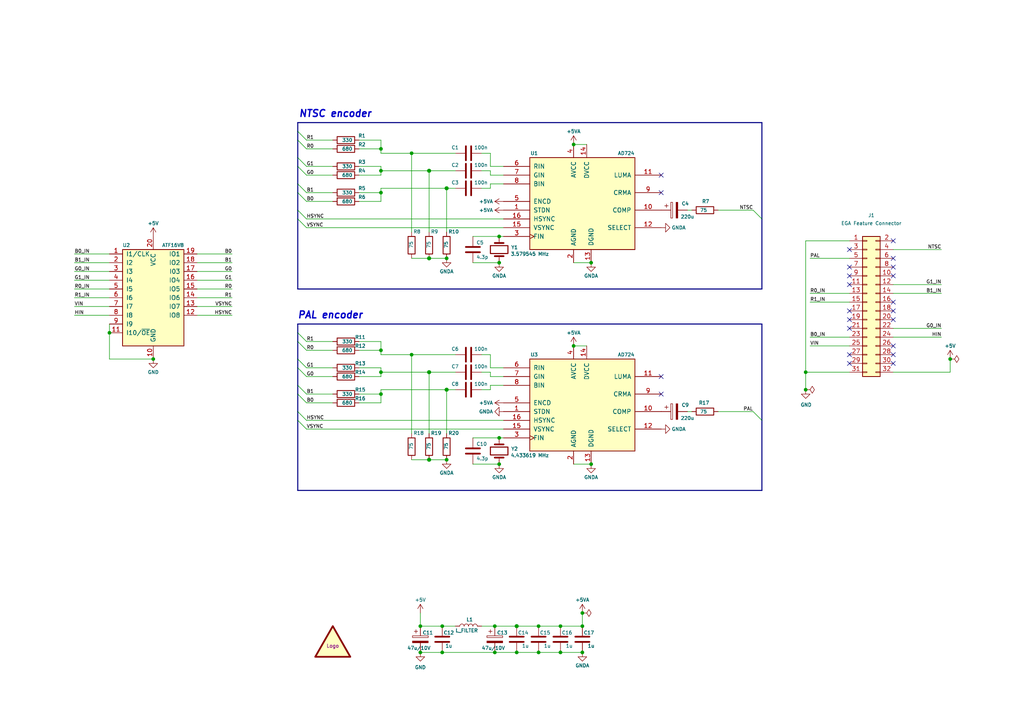
<source format=kicad_sch>
(kicad_sch (version 20230121) (generator eeschema)

  (uuid 1dc075ee-445f-4b49-a326-dd943e04c837)

  (paper "A4")

  (title_block
    (title "PC-EGA-COMPOSITE-DAUGHTERBOARD")
    (date "2023-06-21")
    (rev "A")
    (company "Eugene Lozovoy")
  )

  (lib_symbols
    (symbol "Connector_Generic:Conn_02x16_Odd_Even" (pin_names (offset 1.016) hide) (in_bom yes) (on_board yes)
      (property "Reference" "J" (at 1.27 20.32 0)
        (effects (font (size 1.27 1.27)))
      )
      (property "Value" "Conn_02x16_Odd_Even" (at 1.27 -22.86 0)
        (effects (font (size 1.27 1.27)))
      )
      (property "Footprint" "" (at 0 0 0)
        (effects (font (size 1.27 1.27)) hide)
      )
      (property "Datasheet" "~" (at 0 0 0)
        (effects (font (size 1.27 1.27)) hide)
      )
      (property "ki_keywords" "connector" (at 0 0 0)
        (effects (font (size 1.27 1.27)) hide)
      )
      (property "ki_description" "Generic connector, double row, 02x16, odd/even pin numbering scheme (row 1 odd numbers, row 2 even numbers), script generated (kicad-library-utils/schlib/autogen/connector/)" (at 0 0 0)
        (effects (font (size 1.27 1.27)) hide)
      )
      (property "ki_fp_filters" "Connector*:*_2x??_*" (at 0 0 0)
        (effects (font (size 1.27 1.27)) hide)
      )
      (symbol "Conn_02x16_Odd_Even_1_1"
        (rectangle (start -1.27 -20.193) (end 0 -20.447)
          (stroke (width 0.1524) (type default))
          (fill (type none))
        )
        (rectangle (start -1.27 -17.653) (end 0 -17.907)
          (stroke (width 0.1524) (type default))
          (fill (type none))
        )
        (rectangle (start -1.27 -15.113) (end 0 -15.367)
          (stroke (width 0.1524) (type default))
          (fill (type none))
        )
        (rectangle (start -1.27 -12.573) (end 0 -12.827)
          (stroke (width 0.1524) (type default))
          (fill (type none))
        )
        (rectangle (start -1.27 -10.033) (end 0 -10.287)
          (stroke (width 0.1524) (type default))
          (fill (type none))
        )
        (rectangle (start -1.27 -7.493) (end 0 -7.747)
          (stroke (width 0.1524) (type default))
          (fill (type none))
        )
        (rectangle (start -1.27 -4.953) (end 0 -5.207)
          (stroke (width 0.1524) (type default))
          (fill (type none))
        )
        (rectangle (start -1.27 -2.413) (end 0 -2.667)
          (stroke (width 0.1524) (type default))
          (fill (type none))
        )
        (rectangle (start -1.27 0.127) (end 0 -0.127)
          (stroke (width 0.1524) (type default))
          (fill (type none))
        )
        (rectangle (start -1.27 2.667) (end 0 2.413)
          (stroke (width 0.1524) (type default))
          (fill (type none))
        )
        (rectangle (start -1.27 5.207) (end 0 4.953)
          (stroke (width 0.1524) (type default))
          (fill (type none))
        )
        (rectangle (start -1.27 7.747) (end 0 7.493)
          (stroke (width 0.1524) (type default))
          (fill (type none))
        )
        (rectangle (start -1.27 10.287) (end 0 10.033)
          (stroke (width 0.1524) (type default))
          (fill (type none))
        )
        (rectangle (start -1.27 12.827) (end 0 12.573)
          (stroke (width 0.1524) (type default))
          (fill (type none))
        )
        (rectangle (start -1.27 15.367) (end 0 15.113)
          (stroke (width 0.1524) (type default))
          (fill (type none))
        )
        (rectangle (start -1.27 17.907) (end 0 17.653)
          (stroke (width 0.1524) (type default))
          (fill (type none))
        )
        (rectangle (start -1.27 19.05) (end 3.81 -21.59)
          (stroke (width 0.254) (type default))
          (fill (type background))
        )
        (rectangle (start 3.81 -20.193) (end 2.54 -20.447)
          (stroke (width 0.1524) (type default))
          (fill (type none))
        )
        (rectangle (start 3.81 -17.653) (end 2.54 -17.907)
          (stroke (width 0.1524) (type default))
          (fill (type none))
        )
        (rectangle (start 3.81 -15.113) (end 2.54 -15.367)
          (stroke (width 0.1524) (type default))
          (fill (type none))
        )
        (rectangle (start 3.81 -12.573) (end 2.54 -12.827)
          (stroke (width 0.1524) (type default))
          (fill (type none))
        )
        (rectangle (start 3.81 -10.033) (end 2.54 -10.287)
          (stroke (width 0.1524) (type default))
          (fill (type none))
        )
        (rectangle (start 3.81 -7.493) (end 2.54 -7.747)
          (stroke (width 0.1524) (type default))
          (fill (type none))
        )
        (rectangle (start 3.81 -4.953) (end 2.54 -5.207)
          (stroke (width 0.1524) (type default))
          (fill (type none))
        )
        (rectangle (start 3.81 -2.413) (end 2.54 -2.667)
          (stroke (width 0.1524) (type default))
          (fill (type none))
        )
        (rectangle (start 3.81 0.127) (end 2.54 -0.127)
          (stroke (width 0.1524) (type default))
          (fill (type none))
        )
        (rectangle (start 3.81 2.667) (end 2.54 2.413)
          (stroke (width 0.1524) (type default))
          (fill (type none))
        )
        (rectangle (start 3.81 5.207) (end 2.54 4.953)
          (stroke (width 0.1524) (type default))
          (fill (type none))
        )
        (rectangle (start 3.81 7.747) (end 2.54 7.493)
          (stroke (width 0.1524) (type default))
          (fill (type none))
        )
        (rectangle (start 3.81 10.287) (end 2.54 10.033)
          (stroke (width 0.1524) (type default))
          (fill (type none))
        )
        (rectangle (start 3.81 12.827) (end 2.54 12.573)
          (stroke (width 0.1524) (type default))
          (fill (type none))
        )
        (rectangle (start 3.81 15.367) (end 2.54 15.113)
          (stroke (width 0.1524) (type default))
          (fill (type none))
        )
        (rectangle (start 3.81 17.907) (end 2.54 17.653)
          (stroke (width 0.1524) (type default))
          (fill (type none))
        )
        (pin passive line (at -5.08 17.78 0) (length 3.81)
          (name "Pin_1" (effects (font (size 1.27 1.27))))
          (number "1" (effects (font (size 1.27 1.27))))
        )
        (pin passive line (at 7.62 7.62 180) (length 3.81)
          (name "Pin_10" (effects (font (size 1.27 1.27))))
          (number "10" (effects (font (size 1.27 1.27))))
        )
        (pin passive line (at -5.08 5.08 0) (length 3.81)
          (name "Pin_11" (effects (font (size 1.27 1.27))))
          (number "11" (effects (font (size 1.27 1.27))))
        )
        (pin passive line (at 7.62 5.08 180) (length 3.81)
          (name "Pin_12" (effects (font (size 1.27 1.27))))
          (number "12" (effects (font (size 1.27 1.27))))
        )
        (pin passive line (at -5.08 2.54 0) (length 3.81)
          (name "Pin_13" (effects (font (size 1.27 1.27))))
          (number "13" (effects (font (size 1.27 1.27))))
        )
        (pin passive line (at 7.62 2.54 180) (length 3.81)
          (name "Pin_14" (effects (font (size 1.27 1.27))))
          (number "14" (effects (font (size 1.27 1.27))))
        )
        (pin passive line (at -5.08 0 0) (length 3.81)
          (name "Pin_15" (effects (font (size 1.27 1.27))))
          (number "15" (effects (font (size 1.27 1.27))))
        )
        (pin passive line (at 7.62 0 180) (length 3.81)
          (name "Pin_16" (effects (font (size 1.27 1.27))))
          (number "16" (effects (font (size 1.27 1.27))))
        )
        (pin passive line (at -5.08 -2.54 0) (length 3.81)
          (name "Pin_17" (effects (font (size 1.27 1.27))))
          (number "17" (effects (font (size 1.27 1.27))))
        )
        (pin passive line (at 7.62 -2.54 180) (length 3.81)
          (name "Pin_18" (effects (font (size 1.27 1.27))))
          (number "18" (effects (font (size 1.27 1.27))))
        )
        (pin passive line (at -5.08 -5.08 0) (length 3.81)
          (name "Pin_19" (effects (font (size 1.27 1.27))))
          (number "19" (effects (font (size 1.27 1.27))))
        )
        (pin passive line (at 7.62 17.78 180) (length 3.81)
          (name "Pin_2" (effects (font (size 1.27 1.27))))
          (number "2" (effects (font (size 1.27 1.27))))
        )
        (pin passive line (at 7.62 -5.08 180) (length 3.81)
          (name "Pin_20" (effects (font (size 1.27 1.27))))
          (number "20" (effects (font (size 1.27 1.27))))
        )
        (pin passive line (at -5.08 -7.62 0) (length 3.81)
          (name "Pin_21" (effects (font (size 1.27 1.27))))
          (number "21" (effects (font (size 1.27 1.27))))
        )
        (pin passive line (at 7.62 -7.62 180) (length 3.81)
          (name "Pin_22" (effects (font (size 1.27 1.27))))
          (number "22" (effects (font (size 1.27 1.27))))
        )
        (pin passive line (at -5.08 -10.16 0) (length 3.81)
          (name "Pin_23" (effects (font (size 1.27 1.27))))
          (number "23" (effects (font (size 1.27 1.27))))
        )
        (pin passive line (at 7.62 -10.16 180) (length 3.81)
          (name "Pin_24" (effects (font (size 1.27 1.27))))
          (number "24" (effects (font (size 1.27 1.27))))
        )
        (pin passive line (at -5.08 -12.7 0) (length 3.81)
          (name "Pin_25" (effects (font (size 1.27 1.27))))
          (number "25" (effects (font (size 1.27 1.27))))
        )
        (pin passive line (at 7.62 -12.7 180) (length 3.81)
          (name "Pin_26" (effects (font (size 1.27 1.27))))
          (number "26" (effects (font (size 1.27 1.27))))
        )
        (pin passive line (at -5.08 -15.24 0) (length 3.81)
          (name "Pin_27" (effects (font (size 1.27 1.27))))
          (number "27" (effects (font (size 1.27 1.27))))
        )
        (pin passive line (at 7.62 -15.24 180) (length 3.81)
          (name "Pin_28" (effects (font (size 1.27 1.27))))
          (number "28" (effects (font (size 1.27 1.27))))
        )
        (pin passive line (at -5.08 -17.78 0) (length 3.81)
          (name "Pin_29" (effects (font (size 1.27 1.27))))
          (number "29" (effects (font (size 1.27 1.27))))
        )
        (pin passive line (at -5.08 15.24 0) (length 3.81)
          (name "Pin_3" (effects (font (size 1.27 1.27))))
          (number "3" (effects (font (size 1.27 1.27))))
        )
        (pin passive line (at 7.62 -17.78 180) (length 3.81)
          (name "Pin_30" (effects (font (size 1.27 1.27))))
          (number "30" (effects (font (size 1.27 1.27))))
        )
        (pin passive line (at -5.08 -20.32 0) (length 3.81)
          (name "Pin_31" (effects (font (size 1.27 1.27))))
          (number "31" (effects (font (size 1.27 1.27))))
        )
        (pin passive line (at 7.62 -20.32 180) (length 3.81)
          (name "Pin_32" (effects (font (size 1.27 1.27))))
          (number "32" (effects (font (size 1.27 1.27))))
        )
        (pin passive line (at 7.62 15.24 180) (length 3.81)
          (name "Pin_4" (effects (font (size 1.27 1.27))))
          (number "4" (effects (font (size 1.27 1.27))))
        )
        (pin passive line (at -5.08 12.7 0) (length 3.81)
          (name "Pin_5" (effects (font (size 1.27 1.27))))
          (number "5" (effects (font (size 1.27 1.27))))
        )
        (pin passive line (at 7.62 12.7 180) (length 3.81)
          (name "Pin_6" (effects (font (size 1.27 1.27))))
          (number "6" (effects (font (size 1.27 1.27))))
        )
        (pin passive line (at -5.08 10.16 0) (length 3.81)
          (name "Pin_7" (effects (font (size 1.27 1.27))))
          (number "7" (effects (font (size 1.27 1.27))))
        )
        (pin passive line (at 7.62 10.16 180) (length 3.81)
          (name "Pin_8" (effects (font (size 1.27 1.27))))
          (number "8" (effects (font (size 1.27 1.27))))
        )
        (pin passive line (at -5.08 7.62 0) (length 3.81)
          (name "Pin_9" (effects (font (size 1.27 1.27))))
          (number "9" (effects (font (size 1.27 1.27))))
        )
      )
    )
    (symbol "Device:C" (pin_numbers hide) (pin_names (offset 0.254)) (in_bom yes) (on_board yes)
      (property "Reference" "C" (at 0.635 2.54 0)
        (effects (font (size 1.27 1.27)) (justify left))
      )
      (property "Value" "C" (at 0.635 -2.54 0)
        (effects (font (size 1.27 1.27)) (justify left))
      )
      (property "Footprint" "" (at 0.9652 -3.81 0)
        (effects (font (size 1.27 1.27)) hide)
      )
      (property "Datasheet" "~" (at 0 0 0)
        (effects (font (size 1.27 1.27)) hide)
      )
      (property "ki_keywords" "cap capacitor" (at 0 0 0)
        (effects (font (size 1.27 1.27)) hide)
      )
      (property "ki_description" "Unpolarized capacitor" (at 0 0 0)
        (effects (font (size 1.27 1.27)) hide)
      )
      (property "ki_fp_filters" "C_*" (at 0 0 0)
        (effects (font (size 1.27 1.27)) hide)
      )
      (symbol "C_0_1"
        (polyline
          (pts
            (xy -2.032 -0.762)
            (xy 2.032 -0.762)
          )
          (stroke (width 0.508) (type default))
          (fill (type none))
        )
        (polyline
          (pts
            (xy -2.032 0.762)
            (xy 2.032 0.762)
          )
          (stroke (width 0.508) (type default))
          (fill (type none))
        )
      )
      (symbol "C_1_1"
        (pin passive line (at 0 3.81 270) (length 2.794)
          (name "~" (effects (font (size 1.27 1.27))))
          (number "1" (effects (font (size 1.27 1.27))))
        )
        (pin passive line (at 0 -3.81 90) (length 2.794)
          (name "~" (effects (font (size 1.27 1.27))))
          (number "2" (effects (font (size 1.27 1.27))))
        )
      )
    )
    (symbol "Device:C_Polarized" (pin_numbers hide) (pin_names (offset 0.254)) (in_bom yes) (on_board yes)
      (property "Reference" "C" (at 0.635 2.54 0)
        (effects (font (size 1.27 1.27)) (justify left))
      )
      (property "Value" "C_Polarized" (at 0.635 -2.54 0)
        (effects (font (size 1.27 1.27)) (justify left))
      )
      (property "Footprint" "" (at 0.9652 -3.81 0)
        (effects (font (size 1.27 1.27)) hide)
      )
      (property "Datasheet" "~" (at 0 0 0)
        (effects (font (size 1.27 1.27)) hide)
      )
      (property "ki_keywords" "cap capacitor" (at 0 0 0)
        (effects (font (size 1.27 1.27)) hide)
      )
      (property "ki_description" "Polarized capacitor" (at 0 0 0)
        (effects (font (size 1.27 1.27)) hide)
      )
      (property "ki_fp_filters" "CP_*" (at 0 0 0)
        (effects (font (size 1.27 1.27)) hide)
      )
      (symbol "C_Polarized_0_1"
        (rectangle (start -2.286 0.508) (end 2.286 1.016)
          (stroke (width 0) (type default))
          (fill (type none))
        )
        (polyline
          (pts
            (xy -1.778 2.286)
            (xy -0.762 2.286)
          )
          (stroke (width 0) (type default))
          (fill (type none))
        )
        (polyline
          (pts
            (xy -1.27 2.794)
            (xy -1.27 1.778)
          )
          (stroke (width 0) (type default))
          (fill (type none))
        )
        (rectangle (start 2.286 -0.508) (end -2.286 -1.016)
          (stroke (width 0) (type default))
          (fill (type outline))
        )
      )
      (symbol "C_Polarized_1_1"
        (pin passive line (at 0 3.81 270) (length 2.794)
          (name "~" (effects (font (size 1.27 1.27))))
          (number "1" (effects (font (size 1.27 1.27))))
        )
        (pin passive line (at 0 -3.81 90) (length 2.794)
          (name "~" (effects (font (size 1.27 1.27))))
          (number "2" (effects (font (size 1.27 1.27))))
        )
      )
    )
    (symbol "Device:Crystal" (pin_numbers hide) (pin_names (offset 1.016) hide) (in_bom yes) (on_board yes)
      (property "Reference" "Y" (at 0 3.81 0)
        (effects (font (size 1.27 1.27)))
      )
      (property "Value" "Crystal" (at 0 -3.81 0)
        (effects (font (size 1.27 1.27)))
      )
      (property "Footprint" "" (at 0 0 0)
        (effects (font (size 1.27 1.27)) hide)
      )
      (property "Datasheet" "~" (at 0 0 0)
        (effects (font (size 1.27 1.27)) hide)
      )
      (property "ki_keywords" "quartz ceramic resonator oscillator" (at 0 0 0)
        (effects (font (size 1.27 1.27)) hide)
      )
      (property "ki_description" "Two pin crystal" (at 0 0 0)
        (effects (font (size 1.27 1.27)) hide)
      )
      (property "ki_fp_filters" "Crystal*" (at 0 0 0)
        (effects (font (size 1.27 1.27)) hide)
      )
      (symbol "Crystal_0_1"
        (rectangle (start -1.143 2.54) (end 1.143 -2.54)
          (stroke (width 0.3048) (type default))
          (fill (type none))
        )
        (polyline
          (pts
            (xy -2.54 0)
            (xy -1.905 0)
          )
          (stroke (width 0) (type default))
          (fill (type none))
        )
        (polyline
          (pts
            (xy -1.905 -1.27)
            (xy -1.905 1.27)
          )
          (stroke (width 0.508) (type default))
          (fill (type none))
        )
        (polyline
          (pts
            (xy 1.905 -1.27)
            (xy 1.905 1.27)
          )
          (stroke (width 0.508) (type default))
          (fill (type none))
        )
        (polyline
          (pts
            (xy 2.54 0)
            (xy 1.905 0)
          )
          (stroke (width 0) (type default))
          (fill (type none))
        )
      )
      (symbol "Crystal_1_1"
        (pin passive line (at -3.81 0 0) (length 1.27)
          (name "1" (effects (font (size 1.27 1.27))))
          (number "1" (effects (font (size 1.27 1.27))))
        )
        (pin passive line (at 3.81 0 180) (length 1.27)
          (name "2" (effects (font (size 1.27 1.27))))
          (number "2" (effects (font (size 1.27 1.27))))
        )
      )
    )
    (symbol "Device:L" (pin_numbers hide) (pin_names (offset 1.016) hide) (in_bom yes) (on_board yes)
      (property "Reference" "L" (at -1.27 0 90)
        (effects (font (size 1.27 1.27)))
      )
      (property "Value" "L" (at 1.905 0 90)
        (effects (font (size 1.27 1.27)))
      )
      (property "Footprint" "" (at 0 0 0)
        (effects (font (size 1.27 1.27)) hide)
      )
      (property "Datasheet" "~" (at 0 0 0)
        (effects (font (size 1.27 1.27)) hide)
      )
      (property "ki_keywords" "inductor choke coil reactor magnetic" (at 0 0 0)
        (effects (font (size 1.27 1.27)) hide)
      )
      (property "ki_description" "Inductor" (at 0 0 0)
        (effects (font (size 1.27 1.27)) hide)
      )
      (property "ki_fp_filters" "Choke_* *Coil* Inductor_* L_*" (at 0 0 0)
        (effects (font (size 1.27 1.27)) hide)
      )
      (symbol "L_0_1"
        (arc (start 0 -2.54) (mid 0.6323 -1.905) (end 0 -1.27)
          (stroke (width 0) (type default))
          (fill (type none))
        )
        (arc (start 0 -1.27) (mid 0.6323 -0.635) (end 0 0)
          (stroke (width 0) (type default))
          (fill (type none))
        )
        (arc (start 0 0) (mid 0.6323 0.635) (end 0 1.27)
          (stroke (width 0) (type default))
          (fill (type none))
        )
        (arc (start 0 1.27) (mid 0.6323 1.905) (end 0 2.54)
          (stroke (width 0) (type default))
          (fill (type none))
        )
      )
      (symbol "L_1_1"
        (pin passive line (at 0 3.81 270) (length 1.27)
          (name "1" (effects (font (size 1.27 1.27))))
          (number "1" (effects (font (size 1.27 1.27))))
        )
        (pin passive line (at 0 -3.81 90) (length 1.27)
          (name "2" (effects (font (size 1.27 1.27))))
          (number "2" (effects (font (size 1.27 1.27))))
        )
      )
    )
    (symbol "Device:R" (pin_numbers hide) (pin_names (offset 0)) (in_bom yes) (on_board yes)
      (property "Reference" "R" (at 2.032 0 90)
        (effects (font (size 1.27 1.27)))
      )
      (property "Value" "R" (at 0 0 90)
        (effects (font (size 1.27 1.27)))
      )
      (property "Footprint" "" (at -1.778 0 90)
        (effects (font (size 1.27 1.27)) hide)
      )
      (property "Datasheet" "~" (at 0 0 0)
        (effects (font (size 1.27 1.27)) hide)
      )
      (property "ki_keywords" "R res resistor" (at 0 0 0)
        (effects (font (size 1.27 1.27)) hide)
      )
      (property "ki_description" "Resistor" (at 0 0 0)
        (effects (font (size 1.27 1.27)) hide)
      )
      (property "ki_fp_filters" "R_*" (at 0 0 0)
        (effects (font (size 1.27 1.27)) hide)
      )
      (symbol "R_0_1"
        (rectangle (start -1.016 -2.54) (end 1.016 2.54)
          (stroke (width 0.254) (type default))
          (fill (type none))
        )
      )
      (symbol "R_1_1"
        (pin passive line (at 0 3.81 270) (length 1.27)
          (name "~" (effects (font (size 1.27 1.27))))
          (number "1" (effects (font (size 1.27 1.27))))
        )
        (pin passive line (at 0 -3.81 90) (length 1.27)
          (name "~" (effects (font (size 1.27 1.27))))
          (number "2" (effects (font (size 1.27 1.27))))
        )
      )
    )
    (symbol "Logic_Programmable:GAL16V8" (pin_names (offset 1.016)) (in_bom yes) (on_board yes)
      (property "Reference" "U" (at -8.89 16.51 0)
        (effects (font (size 1.27 1.27)) (justify left))
      )
      (property "Value" "GAL16V8" (at 1.27 16.51 0)
        (effects (font (size 1.27 1.27)) (justify left))
      )
      (property "Footprint" "" (at 0 0 0)
        (effects (font (size 1.27 1.27)) hide)
      )
      (property "Datasheet" "" (at 0 0 0)
        (effects (font (size 1.27 1.27)) hide)
      )
      (property "ki_keywords" "GAL PLD 16V8" (at 0 0 0)
        (effects (font (size 1.27 1.27)) hide)
      )
      (property "ki_description" "Programmable Logic Array, DIP-20/SOIC-20/PLCC-20" (at 0 0 0)
        (effects (font (size 1.27 1.27)) hide)
      )
      (property "ki_fp_filters" "DIP* PDIP* SOIC* SO* PLCC*" (at 0 0 0)
        (effects (font (size 1.27 1.27)) hide)
      )
      (symbol "GAL16V8_0_0"
        (pin power_in line (at 0 -17.78 90) (length 3.81)
          (name "GND" (effects (font (size 1.27 1.27))))
          (number "10" (effects (font (size 1.27 1.27))))
        )
        (pin power_in line (at 0 17.78 270) (length 3.81)
          (name "VCC" (effects (font (size 1.27 1.27))))
          (number "20" (effects (font (size 1.27 1.27))))
        )
      )
      (symbol "GAL16V8_0_1"
        (rectangle (start -8.89 13.97) (end 8.89 -13.97)
          (stroke (width 0.254) (type default))
          (fill (type background))
        )
      )
      (symbol "GAL16V8_1_1"
        (pin input line (at -12.7 12.7 0) (length 3.81)
          (name "I1/CLK" (effects (font (size 1.27 1.27))))
          (number "1" (effects (font (size 1.27 1.27))))
        )
        (pin input line (at -12.7 -10.16 0) (length 3.81)
          (name "I10/~{OE}" (effects (font (size 1.27 1.27))))
          (number "11" (effects (font (size 1.27 1.27))))
        )
        (pin tri_state line (at 12.7 -5.08 180) (length 3.81)
          (name "IO8" (effects (font (size 1.27 1.27))))
          (number "12" (effects (font (size 1.27 1.27))))
        )
        (pin tri_state line (at 12.7 -2.54 180) (length 3.81)
          (name "IO7" (effects (font (size 1.27 1.27))))
          (number "13" (effects (font (size 1.27 1.27))))
        )
        (pin tri_state line (at 12.7 0 180) (length 3.81)
          (name "IO6" (effects (font (size 1.27 1.27))))
          (number "14" (effects (font (size 1.27 1.27))))
        )
        (pin tri_state line (at 12.7 2.54 180) (length 3.81)
          (name "IO5" (effects (font (size 1.27 1.27))))
          (number "15" (effects (font (size 1.27 1.27))))
        )
        (pin tri_state line (at 12.7 5.08 180) (length 3.81)
          (name "IO4" (effects (font (size 1.27 1.27))))
          (number "16" (effects (font (size 1.27 1.27))))
        )
        (pin tri_state line (at 12.7 7.62 180) (length 3.81)
          (name "I03" (effects (font (size 1.27 1.27))))
          (number "17" (effects (font (size 1.27 1.27))))
        )
        (pin tri_state line (at 12.7 10.16 180) (length 3.81)
          (name "IO2" (effects (font (size 1.27 1.27))))
          (number "18" (effects (font (size 1.27 1.27))))
        )
        (pin tri_state line (at 12.7 12.7 180) (length 3.81)
          (name "IO1" (effects (font (size 1.27 1.27))))
          (number "19" (effects (font (size 1.27 1.27))))
        )
        (pin input line (at -12.7 10.16 0) (length 3.81)
          (name "I2" (effects (font (size 1.27 1.27))))
          (number "2" (effects (font (size 1.27 1.27))))
        )
        (pin input line (at -12.7 7.62 0) (length 3.81)
          (name "I3" (effects (font (size 1.27 1.27))))
          (number "3" (effects (font (size 1.27 1.27))))
        )
        (pin input line (at -12.7 5.08 0) (length 3.81)
          (name "I4" (effects (font (size 1.27 1.27))))
          (number "4" (effects (font (size 1.27 1.27))))
        )
        (pin input line (at -12.7 2.54 0) (length 3.81)
          (name "I5" (effects (font (size 1.27 1.27))))
          (number "5" (effects (font (size 1.27 1.27))))
        )
        (pin input line (at -12.7 0 0) (length 3.81)
          (name "I6" (effects (font (size 1.27 1.27))))
          (number "6" (effects (font (size 1.27 1.27))))
        )
        (pin input line (at -12.7 -2.54 0) (length 3.81)
          (name "I7" (effects (font (size 1.27 1.27))))
          (number "7" (effects (font (size 1.27 1.27))))
        )
        (pin input line (at -12.7 -5.08 0) (length 3.81)
          (name "I8" (effects (font (size 1.27 1.27))))
          (number "8" (effects (font (size 1.27 1.27))))
        )
        (pin input line (at -12.7 -7.62 0) (length 3.81)
          (name "I9" (effects (font (size 1.27 1.27))))
          (number "9" (effects (font (size 1.27 1.27))))
        )
      )
    )
    (symbol "PCM_4ms_Power-symbol:PWR_FLAG" (power) (pin_numbers hide) (pin_names (offset 0) hide) (in_bom yes) (on_board yes)
      (property "Reference" "#FLG" (at 0 1.905 0)
        (effects (font (size 1.27 1.27)) hide)
      )
      (property "Value" "PWR_FLAG" (at 0 3.81 0)
        (effects (font (size 1.27 1.27)))
      )
      (property "Footprint" "" (at 0 0 0)
        (effects (font (size 1.27 1.27)) hide)
      )
      (property "Datasheet" "" (at 0 0 0)
        (effects (font (size 1.27 1.27)) hide)
      )
      (symbol "PWR_FLAG_0_0"
        (pin power_out line (at 0 0 90) (length 0)
          (name "pwr" (effects (font (size 1.27 1.27))))
          (number "1" (effects (font (size 1.27 1.27))))
        )
      )
      (symbol "PWR_FLAG_0_1"
        (polyline
          (pts
            (xy 0 0)
            (xy 0 1.27)
            (xy -1.016 1.905)
            (xy 0 2.54)
            (xy 1.016 1.905)
            (xy 0 1.27)
          )
          (stroke (width 0) (type default))
          (fill (type none))
        )
      )
    )
    (symbol "my:AD724" (pin_names (offset 1.016)) (in_bom yes) (on_board yes)
      (property "Reference" "U" (at -13.97 13.97 0)
        (effects (font (size 1.27 1.27)))
      )
      (property "Value" "AD724" (at 12.7 13.97 0)
        (effects (font (size 1.27 1.27)))
      )
      (property "Footprint" "Package_SO:SOIC-16W_7.5x10.3mm_P1.27mm" (at 0 19.05 0)
        (effects (font (size 1.27 1.27)) hide)
      )
      (property "Datasheet" "" (at 0 0 0)
        (effects (font (size 1.27 1.27)) hide)
      )
      (property "ki_fp_filters" "SOIC*7.5x10.3mm*P1.27mm*" (at 0 0 0)
        (effects (font (size 1.27 1.27)) hide)
      )
      (symbol "AD724_0_1"
        (rectangle (start -15.24 12.7) (end 15.24 -13.97)
          (stroke (width 0.254) (type default))
          (fill (type background))
        )
      )
      (symbol "AD724_1_1"
        (pin input line (at -22.86 -2.54 0) (length 7.62)
          (name "STDN" (effects (font (size 1.27 1.27))))
          (number "1" (effects (font (size 1.27 1.27))))
        )
        (pin output line (at 22.86 -2.54 180) (length 7.62)
          (name "COMP" (effects (font (size 1.27 1.27))))
          (number "10" (effects (font (size 1.27 1.27))))
        )
        (pin output line (at 22.86 7.62 180) (length 7.62)
          (name "LUMA" (effects (font (size 1.27 1.27))))
          (number "11" (effects (font (size 1.27 1.27))))
        )
        (pin input line (at 22.86 -7.62 180) (length 7.62)
          (name "SELECT" (effects (font (size 1.27 1.27))))
          (number "12" (effects (font (size 1.27 1.27))))
        )
        (pin power_in line (at 2.54 -17.78 90) (length 3.81)
          (name "DGND" (effects (font (size 1.27 1.27))))
          (number "13" (effects (font (size 1.27 1.27))))
        )
        (pin power_in line (at 1.27 16.51 270) (length 3.81)
          (name "DVCC" (effects (font (size 1.27 1.27))))
          (number "14" (effects (font (size 1.27 1.27))))
        )
        (pin input line (at -22.86 -7.62 0) (length 7.62)
          (name "VSYNC" (effects (font (size 1.27 1.27))))
          (number "15" (effects (font (size 1.27 1.27))))
        )
        (pin input line (at -22.86 -5.08 0) (length 7.62)
          (name "HSYNC" (effects (font (size 1.27 1.27))))
          (number "16" (effects (font (size 1.27 1.27))))
        )
        (pin power_in line (at -2.54 -17.78 90) (length 3.81)
          (name "AGND" (effects (font (size 1.27 1.27))))
          (number "2" (effects (font (size 1.27 1.27))))
        )
        (pin input clock (at -22.86 -10.16 0) (length 7.62)
          (name "FIN" (effects (font (size 1.27 1.27))))
          (number "3" (effects (font (size 1.27 1.27))))
        )
        (pin power_in line (at -2.54 16.51 270) (length 3.81)
          (name "AVCC" (effects (font (size 1.27 1.27))))
          (number "4" (effects (font (size 1.27 1.27))))
        )
        (pin input line (at -22.86 0 0) (length 7.62)
          (name "ENCD" (effects (font (size 1.27 1.27))))
          (number "5" (effects (font (size 1.27 1.27))))
        )
        (pin input line (at -22.86 10.16 0) (length 7.62)
          (name "RIN" (effects (font (size 1.27 1.27))))
          (number "6" (effects (font (size 1.27 1.27))))
        )
        (pin input line (at -22.86 7.62 0) (length 7.62)
          (name "GIN" (effects (font (size 1.27 1.27))))
          (number "7" (effects (font (size 1.27 1.27))))
        )
        (pin input line (at -22.86 5.08 0) (length 7.62)
          (name "BIN" (effects (font (size 1.27 1.27))))
          (number "8" (effects (font (size 1.27 1.27))))
        )
        (pin output line (at 22.86 2.54 180) (length 7.62)
          (name "CRMA" (effects (font (size 1.27 1.27))))
          (number "9" (effects (font (size 1.27 1.27))))
        )
      )
    )
    (symbol "my:logo" (pin_names (offset 1.016) hide) (in_bom yes) (on_board yes)
      (property "Reference" "LOGO" (at 0 5.08 0)
        (effects (font (size 1.27 1.27)) hide)
      )
      (property "Value" "logo" (at 0 -6.35 0)
        (effects (font (size 1.27 1.27)) hide)
      )
      (property "Footprint" "" (at 0 -5.08 0)
        (effects (font (size 1.27 1.27)) hide)
      )
      (property "Datasheet" "~" (at 0.762 -5.08 0)
        (effects (font (size 1.27 1.27)) hide)
      )
      (property "ki_keywords" "symbol logo" (at 0 0 0)
        (effects (font (size 1.27 1.27)) hide)
      )
      (symbol "logo_0_1"
        (polyline
          (pts
            (xy -5.08 -5.08)
            (xy 5.08 -5.08)
            (xy 0 3.81)
            (xy -5.08 -5.08)
          )
          (stroke (width 0.508) (type default))
          (fill (type background))
        )
      )
    )
    (symbol "power:+5V" (power) (pin_names (offset 0)) (in_bom yes) (on_board yes)
      (property "Reference" "#PWR" (at 0 -3.81 0)
        (effects (font (size 1.27 1.27)) hide)
      )
      (property "Value" "+5V" (at 0 3.556 0)
        (effects (font (size 1.27 1.27)))
      )
      (property "Footprint" "" (at 0 0 0)
        (effects (font (size 1.27 1.27)) hide)
      )
      (property "Datasheet" "" (at 0 0 0)
        (effects (font (size 1.27 1.27)) hide)
      )
      (property "ki_keywords" "global power" (at 0 0 0)
        (effects (font (size 1.27 1.27)) hide)
      )
      (property "ki_description" "Power symbol creates a global label with name \"+5V\"" (at 0 0 0)
        (effects (font (size 1.27 1.27)) hide)
      )
      (symbol "+5V_0_1"
        (polyline
          (pts
            (xy -0.762 1.27)
            (xy 0 2.54)
          )
          (stroke (width 0) (type default))
          (fill (type none))
        )
        (polyline
          (pts
            (xy 0 0)
            (xy 0 2.54)
          )
          (stroke (width 0) (type default))
          (fill (type none))
        )
        (polyline
          (pts
            (xy 0 2.54)
            (xy 0.762 1.27)
          )
          (stroke (width 0) (type default))
          (fill (type none))
        )
      )
      (symbol "+5V_1_1"
        (pin power_in line (at 0 0 90) (length 0) hide
          (name "+5V" (effects (font (size 1.27 1.27))))
          (number "1" (effects (font (size 1.27 1.27))))
        )
      )
    )
    (symbol "power:+5VA" (power) (pin_names (offset 0)) (in_bom yes) (on_board yes)
      (property "Reference" "#PWR" (at 0 -3.81 0)
        (effects (font (size 1.27 1.27)) hide)
      )
      (property "Value" "+5VA" (at 0 3.556 0)
        (effects (font (size 1.27 1.27)))
      )
      (property "Footprint" "" (at 0 0 0)
        (effects (font (size 1.27 1.27)) hide)
      )
      (property "Datasheet" "" (at 0 0 0)
        (effects (font (size 1.27 1.27)) hide)
      )
      (property "ki_keywords" "global power" (at 0 0 0)
        (effects (font (size 1.27 1.27)) hide)
      )
      (property "ki_description" "Power symbol creates a global label with name \"+5VA\"" (at 0 0 0)
        (effects (font (size 1.27 1.27)) hide)
      )
      (symbol "+5VA_0_1"
        (polyline
          (pts
            (xy -0.762 1.27)
            (xy 0 2.54)
          )
          (stroke (width 0) (type default))
          (fill (type none))
        )
        (polyline
          (pts
            (xy 0 0)
            (xy 0 2.54)
          )
          (stroke (width 0) (type default))
          (fill (type none))
        )
        (polyline
          (pts
            (xy 0 2.54)
            (xy 0.762 1.27)
          )
          (stroke (width 0) (type default))
          (fill (type none))
        )
      )
      (symbol "+5VA_1_1"
        (pin power_in line (at 0 0 90) (length 0) hide
          (name "+5VA" (effects (font (size 1.27 1.27))))
          (number "1" (effects (font (size 1.27 1.27))))
        )
      )
    )
    (symbol "power:GND" (power) (pin_names (offset 0)) (in_bom yes) (on_board yes)
      (property "Reference" "#PWR" (at 0 -6.35 0)
        (effects (font (size 1.27 1.27)) hide)
      )
      (property "Value" "GND" (at 0 -3.81 0)
        (effects (font (size 1.27 1.27)))
      )
      (property "Footprint" "" (at 0 0 0)
        (effects (font (size 1.27 1.27)) hide)
      )
      (property "Datasheet" "" (at 0 0 0)
        (effects (font (size 1.27 1.27)) hide)
      )
      (property "ki_keywords" "global power" (at 0 0 0)
        (effects (font (size 1.27 1.27)) hide)
      )
      (property "ki_description" "Power symbol creates a global label with name \"GND\" , ground" (at 0 0 0)
        (effects (font (size 1.27 1.27)) hide)
      )
      (symbol "GND_0_1"
        (polyline
          (pts
            (xy 0 0)
            (xy 0 -1.27)
            (xy 1.27 -1.27)
            (xy 0 -2.54)
            (xy -1.27 -1.27)
            (xy 0 -1.27)
          )
          (stroke (width 0) (type default))
          (fill (type none))
        )
      )
      (symbol "GND_1_1"
        (pin power_in line (at 0 0 270) (length 0) hide
          (name "GND" (effects (font (size 1.27 1.27))))
          (number "1" (effects (font (size 1.27 1.27))))
        )
      )
    )
    (symbol "power:GNDA" (power) (pin_names (offset 0)) (in_bom yes) (on_board yes)
      (property "Reference" "#PWR" (at 0 -6.35 0)
        (effects (font (size 1.27 1.27)) hide)
      )
      (property "Value" "GNDA" (at 0 -3.81 0)
        (effects (font (size 1.27 1.27)))
      )
      (property "Footprint" "" (at 0 0 0)
        (effects (font (size 1.27 1.27)) hide)
      )
      (property "Datasheet" "" (at 0 0 0)
        (effects (font (size 1.27 1.27)) hide)
      )
      (property "ki_keywords" "global power" (at 0 0 0)
        (effects (font (size 1.27 1.27)) hide)
      )
      (property "ki_description" "Power symbol creates a global label with name \"GNDA\" , analog ground" (at 0 0 0)
        (effects (font (size 1.27 1.27)) hide)
      )
      (symbol "GNDA_0_1"
        (polyline
          (pts
            (xy 0 0)
            (xy 0 -1.27)
            (xy 1.27 -1.27)
            (xy 0 -2.54)
            (xy -1.27 -1.27)
            (xy 0 -1.27)
          )
          (stroke (width 0) (type default))
          (fill (type none))
        )
      )
      (symbol "GNDA_1_1"
        (pin power_in line (at 0 0 270) (length 0) hide
          (name "GNDA" (effects (font (size 1.27 1.27))))
          (number "1" (effects (font (size 1.27 1.27))))
        )
      )
    )
  )

  (junction (at 144.78 68.58) (diameter 0) (color 0 0 0 0)
    (uuid 031082a2-a710-4843-91dd-b34ad1456b25)
  )
  (junction (at 143.51 189.23) (diameter 0) (color 0 0 0 0)
    (uuid 109c5e4c-ca22-4828-ab92-e645ec7ed849)
  )
  (junction (at 124.46 133.35) (diameter 1.016) (color 0 0 0 0)
    (uuid 10f9ed94-2126-41f3-a1d3-e08289167825)
  )
  (junction (at 233.68 107.95) (diameter 0) (color 0 0 0 0)
    (uuid 158c9201-8536-4540-8c5e-f4cc4d78d5d5)
  )
  (junction (at 162.56 181.61) (diameter 0) (color 0 0 0 0)
    (uuid 19455b77-bdb5-496d-9a3c-f7da00b244c9)
  )
  (junction (at 171.45 76.2) (diameter 0) (color 0 0 0 0)
    (uuid 28ce0bf0-a73d-4bff-84df-ff92ffa6fef8)
  )
  (junction (at 129.54 113.03) (diameter 1.016) (color 0 0 0 0)
    (uuid 2d0fb64d-dbf3-4f05-9a24-12cc95633470)
  )
  (junction (at 162.56 189.23) (diameter 0) (color 0 0 0 0)
    (uuid 2dcb63e8-777e-458e-a403-a2e99a22752d)
  )
  (junction (at 166.37 100.33) (diameter 0) (color 0 0 0 0)
    (uuid 35e06f7e-2efa-4402-80c1-8e132f276adb)
  )
  (junction (at 110.49 49.53) (diameter 0) (color 0 0 0 0)
    (uuid 36762a87-875b-4843-8718-be9813a48aae)
  )
  (junction (at 129.54 74.93) (diameter 0) (color 0 0 0 0)
    (uuid 37aaf205-ffbc-4531-aac3-81b6cedf6c11)
  )
  (junction (at 124.46 49.53) (diameter 1.016) (color 0 0 0 0)
    (uuid 3c3b317f-5c2c-491c-be98-5efd2f28d98e)
  )
  (junction (at 144.78 127) (diameter 0) (color 0 0 0 0)
    (uuid 3cc568c0-d443-4bf2-8bd9-2b5db7f6261e)
  )
  (junction (at 110.49 43.18) (diameter 0) (color 0 0 0 0)
    (uuid 41dcca2d-d8a4-4409-8606-1a29b795a4e8)
  )
  (junction (at 110.49 114.3) (diameter 0) (color 0 0 0 0)
    (uuid 420b7b37-6ef3-492f-bae7-35209ab1b0c1)
  )
  (junction (at 121.92 181.61) (diameter 0) (color 0 0 0 0)
    (uuid 4966c909-5b9c-4943-aa85-99b451d95224)
  )
  (junction (at 129.54 133.35) (diameter 0) (color 0 0 0 0)
    (uuid 4eed3416-8d99-478f-9616-ee9aa33396d2)
  )
  (junction (at 144.78 76.2) (diameter 0) (color 0 0 0 0)
    (uuid 54340bf6-5a97-4671-ac3b-ff482228cc66)
  )
  (junction (at 168.91 189.23) (diameter 0) (color 0 0 0 0)
    (uuid 5d247189-7612-4fb3-8bff-d385efa9a468)
  )
  (junction (at 124.46 74.93) (diameter 1.016) (color 0 0 0 0)
    (uuid 5ef55362-af9e-4e34-bd22-d1de595d6c73)
  )
  (junction (at 31.75 96.52) (diameter 0) (color 0 0 0 0)
    (uuid 5f536051-2e9e-40fc-ab59-d23bcaa46b16)
  )
  (junction (at 149.86 189.23) (diameter 0) (color 0 0 0 0)
    (uuid 61480420-4d05-403e-a534-087252e5cc01)
  )
  (junction (at 110.49 101.6) (diameter 0) (color 0 0 0 0)
    (uuid 7c2b0844-615d-45be-a2f8-ae8fb15c2824)
  )
  (junction (at 110.49 55.88) (diameter 0) (color 0 0 0 0)
    (uuid 7f37c415-8cb1-4f68-bfe2-f41bf7dca093)
  )
  (junction (at 168.91 181.61) (diameter 0) (color 0 0 0 0)
    (uuid 7fd6e122-920e-4333-a789-944f7b22b87a)
  )
  (junction (at 168.91 177.8) (diameter 0) (color 0 0 0 0)
    (uuid 835a26d9-f213-4a4e-bd76-a810c53827c9)
  )
  (junction (at 275.59 104.14) (diameter 0) (color 0 0 0 0)
    (uuid 83ecf561-4bf9-419f-8479-9a3134eabc62)
  )
  (junction (at 144.78 134.62) (diameter 0) (color 0 0 0 0)
    (uuid 85a82b67-38de-4278-8a39-e9761d5f1b72)
  )
  (junction (at 166.37 41.91) (diameter 0) (color 0 0 0 0)
    (uuid 962e0434-7edd-47a1-bbff-56d089f6987c)
  )
  (junction (at 119.38 44.45) (diameter 0) (color 0 0 0 0)
    (uuid 968ad751-3d6f-4a8d-b69f-28271498a41d)
  )
  (junction (at 44.45 104.14) (diameter 0) (color 0 0 0 0)
    (uuid 97641b6d-717c-4e03-903d-172816282fc5)
  )
  (junction (at 119.38 102.87) (diameter 0) (color 0 0 0 0)
    (uuid a3a60da5-a61f-4b2b-af65-665839c4b785)
  )
  (junction (at 143.51 181.61) (diameter 0) (color 0 0 0 0)
    (uuid ac71ac91-1e8d-45ff-a22f-a945ec1c7fd5)
  )
  (junction (at 121.92 189.23) (diameter 0) (color 0 0 0 0)
    (uuid bff4f039-9ca2-4a63-9190-b6cbf6faa7f8)
  )
  (junction (at 124.46 107.95) (diameter 1.016) (color 0 0 0 0)
    (uuid c091508e-3169-4d42-a1bd-fcc38b5f254d)
  )
  (junction (at 129.54 54.61) (diameter 1.016) (color 0 0 0 0)
    (uuid c36a7a66-faaa-41d4-ba1c-c7cc4f32da28)
  )
  (junction (at 171.45 134.62) (diameter 0) (color 0 0 0 0)
    (uuid d35a6471-c642-46c6-9a94-8ce17f936efc)
  )
  (junction (at 128.27 181.61) (diameter 0) (color 0 0 0 0)
    (uuid da1cece9-b917-484c-bcac-4eaea7195b03)
  )
  (junction (at 128.27 189.23) (diameter 0) (color 0 0 0 0)
    (uuid e1710546-614c-4534-ad37-c8ac18c91841)
  )
  (junction (at 233.68 113.03) (diameter 0) (color 0 0 0 0)
    (uuid ea02246a-81d4-4f4e-af88-6f95ff091c28)
  )
  (junction (at 149.86 181.61) (diameter 1.016) (color 0 0 0 0)
    (uuid f2f3cf49-3234-4ee2-aa8e-b27dd68b14d9)
  )
  (junction (at 156.21 181.61) (diameter 0) (color 0 0 0 0)
    (uuid f543efd7-b446-4d57-be41-2b3a8a951da0)
  )
  (junction (at 110.49 107.95) (diameter 0) (color 0 0 0 0)
    (uuid f7055918-d86d-49f1-8d55-3cfd37b1c5db)
  )
  (junction (at 156.21 189.23) (diameter 0) (color 0 0 0 0)
    (uuid fea45a76-1004-4a0c-a30d-6e14375b1ce3)
  )

  (no_connect (at 191.77 55.88) (uuid 0d0da3b9-42cb-4a87-a68a-ecde0be01659))
  (no_connect (at 259.08 100.33) (uuid 180619ea-6f4a-4f9f-929b-99a82cbc7086))
  (no_connect (at 191.77 50.8) (uuid 1cac4b05-f536-4dca-a62d-6a3b43e52f81))
  (no_connect (at 246.38 92.71) (uuid 2273ec46-2cac-4613-9b81-59993e0d7e19))
  (no_connect (at 259.08 102.87) (uuid 2442873b-918e-403f-a023-85eb38a030de))
  (no_connect (at 259.08 74.93) (uuid 30ff5b9a-80e1-4d08-8627-e332be4f0f71))
  (no_connect (at 246.38 105.41) (uuid 443ccdfd-c3eb-44d6-8b86-e87145b62356))
  (no_connect (at 259.08 105.41) (uuid 507c7b77-5cad-4fbd-b1a8-d0b81dc9bb49))
  (no_connect (at 259.08 80.01) (uuid 50d68efe-5354-4fdc-8251-fcbe4c8ed084))
  (no_connect (at 246.38 82.55) (uuid 55877978-d737-4fad-9194-bdbd62828d52))
  (no_connect (at 259.08 87.63) (uuid 6157a754-d248-4101-be92-45d3f71b367d))
  (no_connect (at 246.38 72.39) (uuid 6e36cc94-fb3f-445c-8fc7-550fb087370c))
  (no_connect (at 259.08 77.47) (uuid 73a5fd2f-3cf7-4c8f-8081-ca13da301912))
  (no_connect (at 246.38 90.17) (uuid a0cad78b-b35f-4204-92fd-4816463dd64c))
  (no_connect (at 191.77 109.22) (uuid b02a9709-a4a3-45c3-af41-b077d997a511))
  (no_connect (at 259.08 69.85) (uuid b9575417-146a-454f-bcbf-beb186458f2f))
  (no_connect (at 246.38 102.87) (uuid bd5939b8-5ab8-42fc-ad72-bb7403e12316))
  (no_connect (at 191.77 114.3) (uuid c20fcf6c-4a83-4804-8240-d400922d771c))
  (no_connect (at 246.38 80.01) (uuid dc07be2d-1be6-4d18-8e97-357ba983a1af))
  (no_connect (at 259.08 90.17) (uuid df5afb32-4eb9-4e6b-ae09-332f3fb19359))
  (no_connect (at 259.08 92.71) (uuid e751119c-1a16-4676-980d-712ead8a9246))
  (no_connect (at 246.38 77.47) (uuid ec47959b-a85e-4b2e-b43e-f1bfb4738642))
  (no_connect (at 246.38 95.25) (uuid f3279b84-3793-4a9f-b1c8-796003037b67))

  (bus_entry (at 86.36 45.72) (size 2.54 2.54)
    (stroke (width 0.1524) (type solid))
    (uuid 01745494-e4af-44a1-b3af-6949a407c30c)
  )
  (bus_entry (at 86.36 119.38) (size 2.54 2.54)
    (stroke (width 0.1524) (type solid))
    (uuid 01e3b2e7-e025-4e17-b1fe-72d0f0e1e1d2)
  )
  (bus_entry (at 86.36 121.92) (size 2.54 2.54)
    (stroke (width 0.1524) (type solid))
    (uuid 05b7443f-01db-4dff-a738-0387e24898ff)
  )
  (bus_entry (at 218.44 119.38) (size 2.54 2.54)
    (stroke (width 0.1524) (type solid))
    (uuid 14c26192-f15d-40f5-b88d-3590d1dc4fef)
  )
  (bus_entry (at 86.36 40.64) (size 2.54 2.54)
    (stroke (width 0.1524) (type solid))
    (uuid 1fecd7fd-e2ae-4a57-b3ec-b8353cc10ec5)
  )
  (bus_entry (at 86.36 106.68) (size 2.54 2.54)
    (stroke (width 0.1524) (type solid))
    (uuid 26e42978-6c3b-4e8f-a74b-2f04c634cca3)
  )
  (bus_entry (at 86.36 55.88) (size 2.54 2.54)
    (stroke (width 0.1524) (type solid))
    (uuid 422df51b-a94a-4a64-b477-d0d2c72eee6e)
  )
  (bus_entry (at 86.36 63.5) (size 2.54 2.54)
    (stroke (width 0.1524) (type solid))
    (uuid 5745b3dd-f82a-4f73-821f-a71aaef9c4c4)
  )
  (bus_entry (at 86.36 111.76) (size 2.54 2.54)
    (stroke (width 0.1524) (type solid))
    (uuid 5af50666-2681-41b9-b695-f23fe4759bb6)
  )
  (bus_entry (at 86.36 114.3) (size 2.54 2.54)
    (stroke (width 0.1524) (type solid))
    (uuid 62022a1b-8cdc-47a0-9019-ea7213b5619b)
  )
  (bus_entry (at 86.36 96.52) (size 2.54 2.54)
    (stroke (width 0.1524) (type solid))
    (uuid 6d9dbd4e-6007-43a7-b421-4ef1d2243b79)
  )
  (bus_entry (at 86.36 48.26) (size 2.54 2.54)
    (stroke (width 0.1524) (type solid))
    (uuid 70a62789-17cb-4ac4-931f-5987d2d4f266)
  )
  (bus_entry (at 86.36 38.1) (size 2.54 2.54)
    (stroke (width 0.1524) (type solid))
    (uuid 76d0f924-841a-4c04-8cc3-0a68e9bb17e3)
  )
  (bus_entry (at 86.36 99.06) (size 2.54 2.54)
    (stroke (width 0.1524) (type solid))
    (uuid 8d029e8d-38cc-42c6-b486-0f21b686c3de)
  )
  (bus_entry (at 86.36 104.14) (size 2.54 2.54)
    (stroke (width 0.1524) (type solid))
    (uuid b590df9a-9097-44aa-b7dd-87800163c665)
  )
  (bus_entry (at 86.36 53.34) (size 2.54 2.54)
    (stroke (width 0.1524) (type solid))
    (uuid d1f423a3-c422-4435-bd5f-d7ffb607f1e9)
  )
  (bus_entry (at 86.36 60.96) (size 2.54 2.54)
    (stroke (width 0.1524) (type solid))
    (uuid deb3a8b4-5039-45f2-8031-1b16d0166caf)
  )
  (bus_entry (at 218.44 60.96) (size 2.54 2.54)
    (stroke (width 0.1524) (type solid))
    (uuid f7111b5f-498c-4b6d-8bd5-1c430a89092f)
  )

  (wire (pts (xy 234.95 100.33) (xy 246.38 100.33))
    (stroke (width 0) (type default))
    (uuid 01cf8feb-dfea-4424-b432-12d154ad5db8)
  )
  (wire (pts (xy 129.54 125.73) (xy 129.54 113.03))
    (stroke (width 0) (type solid))
    (uuid 0290005d-f69a-40d2-89d6-7376122373b2)
  )
  (wire (pts (xy 142.24 53.34) (xy 146.05 53.34))
    (stroke (width 0) (type solid))
    (uuid 02af143a-aa48-4bb9-aacf-3d89431b652a)
  )
  (wire (pts (xy 129.54 113.03) (xy 132.08 113.03))
    (stroke (width 0) (type solid))
    (uuid 03627d3b-d0a6-410f-90a0-8f24a6527da1)
  )
  (wire (pts (xy 104.14 106.68) (xy 110.49 106.68))
    (stroke (width 0) (type solid))
    (uuid 0363d2fe-e175-49de-8b50-e9619c847a07)
  )
  (wire (pts (xy 88.9 43.18) (xy 96.52 43.18))
    (stroke (width 0) (type solid))
    (uuid 0778167a-eb29-4cf8-8ab2-f6f5b273d33e)
  )
  (wire (pts (xy 88.9 55.88) (xy 96.52 55.88))
    (stroke (width 0) (type solid))
    (uuid 081bee3f-dd5e-4516-a93c-7783cb4a83dc)
  )
  (bus (pts (xy 86.36 45.72) (xy 86.36 48.26))
    (stroke (width 0) (type solid))
    (uuid 084e433b-e142-44e3-a792-b678229b912b)
  )

  (wire (pts (xy 104.14 99.06) (xy 110.49 99.06))
    (stroke (width 0) (type solid))
    (uuid 08cb2e58-91f1-43a8-919d-aaa5020a8dde)
  )
  (wire (pts (xy 137.16 134.62) (xy 144.78 134.62))
    (stroke (width 0) (type default))
    (uuid 0d589aea-bd76-451f-86c1-b74ad63cc389)
  )
  (wire (pts (xy 128.27 181.61) (xy 132.08 181.61))
    (stroke (width 0) (type default))
    (uuid 0d80f712-c894-4da0-96ad-c3a5491c192c)
  )
  (wire (pts (xy 21.59 83.82) (xy 31.75 83.82))
    (stroke (width 0) (type solid))
    (uuid 0fdf2153-e603-4026-874d-839622bb4826)
  )
  (wire (pts (xy 119.38 44.45) (xy 119.38 67.31))
    (stroke (width 0) (type solid))
    (uuid 10670577-0cd6-4853-814b-6b42c5563d09)
  )
  (wire (pts (xy 142.24 48.26) (xy 142.24 44.45))
    (stroke (width 0) (type solid))
    (uuid 10d46a29-a9d9-4fa7-9589-fe31010413d0)
  )
  (wire (pts (xy 119.38 74.93) (xy 124.46 74.93))
    (stroke (width 0) (type solid))
    (uuid 11c2f152-4f48-4258-a033-4f2bee30c52d)
  )
  (bus (pts (xy 220.98 121.92) (xy 220.98 142.24))
    (stroke (width 0) (type solid))
    (uuid 12652da3-953a-471d-9f8e-70478b0d1bed)
  )

  (wire (pts (xy 139.7 113.03) (xy 142.24 113.03))
    (stroke (width 0) (type solid))
    (uuid 12ec7327-34b8-41c3-a070-c9bfc9b2048b)
  )
  (wire (pts (xy 104.14 114.3) (xy 110.49 114.3))
    (stroke (width 0) (type solid))
    (uuid 13cae4f6-ac87-428d-a34c-be6e0c0c2d8d)
  )
  (wire (pts (xy 139.7 54.61) (xy 142.24 54.61))
    (stroke (width 0) (type solid))
    (uuid 1610f411-9ff1-466e-9681-c2d85a243c28)
  )
  (wire (pts (xy 121.92 189.23) (xy 128.27 189.23))
    (stroke (width 0) (type default))
    (uuid 161da809-a618-4f64-a9a7-6edec5316f11)
  )
  (bus (pts (xy 86.36 35.56) (xy 220.98 35.56))
    (stroke (width 0) (type solid))
    (uuid 16d8d5c3-29fa-4791-9d70-c3ca90e33865)
  )

  (wire (pts (xy 168.91 181.61) (xy 162.56 181.61))
    (stroke (width 0) (type solid))
    (uuid 182955a4-af9d-42db-a6e9-051a8e7ed1cf)
  )
  (wire (pts (xy 110.49 54.61) (xy 129.54 54.61))
    (stroke (width 0) (type solid))
    (uuid 193c3179-bd85-4850-9366-a154c80601dc)
  )
  (wire (pts (xy 166.37 134.62) (xy 171.45 134.62))
    (stroke (width 0) (type solid))
    (uuid 1952f5c2-773d-47c7-8f57-fbf523172a23)
  )
  (wire (pts (xy 146.05 127) (xy 144.78 127))
    (stroke (width 0) (type solid))
    (uuid 1b085806-dfe5-4ec7-a101-5fea56a94bbd)
  )
  (wire (pts (xy 110.49 40.64) (xy 110.49 43.18))
    (stroke (width 0) (type solid))
    (uuid 1d674d4d-5f2d-453e-b95b-a34ff3af4cce)
  )
  (wire (pts (xy 142.24 107.95) (xy 139.7 107.95))
    (stroke (width 0) (type solid))
    (uuid 1dc2201b-9e0d-4488-8f5c-3025ac34bc01)
  )
  (wire (pts (xy 121.92 181.61) (xy 128.27 181.61))
    (stroke (width 0) (type default))
    (uuid 204e1bf4-0a8f-4388-a3a0-1167425d51b2)
  )
  (wire (pts (xy 124.46 49.53) (xy 124.46 67.31))
    (stroke (width 0) (type solid))
    (uuid 26728275-3eb2-4eb5-8bda-9b59d7c90778)
  )
  (wire (pts (xy 146.05 48.26) (xy 142.24 48.26))
    (stroke (width 0) (type solid))
    (uuid 27840d4c-f148-4758-9ab8-da1bff022813)
  )
  (wire (pts (xy 132.08 49.53) (xy 124.46 49.53))
    (stroke (width 0) (type solid))
    (uuid 2823a859-c11b-424e-a80a-8f5ae61f2bbe)
  )
  (wire (pts (xy 110.49 106.68) (xy 110.49 107.95))
    (stroke (width 0) (type solid))
    (uuid 2a2f3bab-0e3e-4ed1-96f9-e87c67f19e4d)
  )
  (wire (pts (xy 57.15 73.66) (xy 67.31 73.66))
    (stroke (width 0) (type solid))
    (uuid 2cee13d1-f169-4221-8483-3f9da6ce8f53)
  )
  (wire (pts (xy 168.91 177.8) (xy 168.91 181.61))
    (stroke (width 0) (type solid))
    (uuid 2daa6129-25dc-419e-9ad0-bbdbf60a488c)
  )
  (wire (pts (xy 275.59 104.14) (xy 275.59 107.95))
    (stroke (width 0) (type default))
    (uuid 2e7437ca-5700-4a50-9f4f-1267fd9ed462)
  )
  (wire (pts (xy 88.9 124.46) (xy 146.05 124.46))
    (stroke (width 0) (type solid))
    (uuid 2f17ea72-2b7e-46aa-872d-b45e696b0ee8)
  )
  (wire (pts (xy 104.14 58.42) (xy 110.49 58.42))
    (stroke (width 0) (type solid))
    (uuid 2fccce4f-d5ee-4f8a-b71c-8be3f55bbb78)
  )
  (wire (pts (xy 88.9 101.6) (xy 96.52 101.6))
    (stroke (width 0) (type solid))
    (uuid 302f68a0-4808-403c-a8fa-b833b7183540)
  )
  (wire (pts (xy 31.75 93.98) (xy 31.75 96.52))
    (stroke (width 0) (type default))
    (uuid 3089322f-6217-478f-a7ba-3e57d85029c9)
  )
  (wire (pts (xy 139.7 181.61) (xy 143.51 181.61))
    (stroke (width 0) (type default))
    (uuid 317261f9-6563-4406-bc1b-11e13116ace9)
  )
  (bus (pts (xy 86.36 121.92) (xy 86.36 142.24))
    (stroke (width 0) (type solid))
    (uuid 33b2d772-189e-459f-a68f-26262e9e5735)
  )

  (wire (pts (xy 146.05 106.68) (xy 142.24 106.68))
    (stroke (width 0) (type solid))
    (uuid 33b5f9e7-3576-4a75-a08e-09ad90b200f8)
  )
  (wire (pts (xy 146.05 50.8) (xy 142.24 50.8))
    (stroke (width 0) (type solid))
    (uuid 350a4e34-99f1-4341-a63c-54b5d89b3ad8)
  )
  (wire (pts (xy 88.9 58.42) (xy 96.52 58.42))
    (stroke (width 0) (type solid))
    (uuid 352b21fb-dab7-4753-8726-69098ff36344)
  )
  (wire (pts (xy 166.37 41.91) (xy 170.18 41.91))
    (stroke (width 0) (type solid))
    (uuid 38554928-d7a7-44aa-904f-4ccf8385a968)
  )
  (wire (pts (xy 110.49 54.61) (xy 110.49 55.88))
    (stroke (width 0) (type solid))
    (uuid 3a3afa62-61a6-4a34-ae7b-5f11d178f1e1)
  )
  (bus (pts (xy 86.36 142.24) (xy 220.98 142.24))
    (stroke (width 0) (type solid))
    (uuid 3b8b1b87-c394-47e4-b5b6-35d93ca90b21)
  )

  (wire (pts (xy 233.68 107.95) (xy 233.68 113.03))
    (stroke (width 0) (type default))
    (uuid 3ce0a423-2975-4cf3-9aba-3a9ea3ecf37e)
  )
  (wire (pts (xy 57.15 83.82) (xy 67.31 83.82))
    (stroke (width 0) (type solid))
    (uuid 402bcae7-225e-4f54-8346-99b1ec2bdc56)
  )
  (wire (pts (xy 88.9 66.04) (xy 146.05 66.04))
    (stroke (width 0) (type solid))
    (uuid 45370414-4122-4e32-b5de-4e0500fc3b3a)
  )
  (wire (pts (xy 104.14 55.88) (xy 110.49 55.88))
    (stroke (width 0) (type solid))
    (uuid 458c067e-e7e5-4d6d-aae8-9b44f1401e4b)
  )
  (wire (pts (xy 104.14 50.8) (xy 110.49 50.8))
    (stroke (width 0) (type solid))
    (uuid 46039901-4b90-4e20-b9ea-66c4e0cdec3e)
  )
  (wire (pts (xy 246.38 87.63) (xy 234.95 87.63))
    (stroke (width 0) (type default))
    (uuid 467b0e8e-0519-4c62-b9d4-162e4339d7f7)
  )
  (bus (pts (xy 86.36 104.14) (xy 86.36 106.68))
    (stroke (width 0) (type solid))
    (uuid 50d2f639-cbf8-445e-bf17-ebfb6e558ceb)
  )
  (bus (pts (xy 86.36 35.56) (xy 86.36 38.1))
    (stroke (width 0) (type solid))
    (uuid 519b9d70-ecb6-43db-b5d0-18ba2c0c2da8)
  )
  (bus (pts (xy 86.36 114.3) (xy 86.36 119.38))
    (stroke (width 0) (type solid))
    (uuid 523cf664-760a-417f-9e99-bad41ddc3c87)
  )

  (wire (pts (xy 200.66 60.96) (xy 199.39 60.96))
    (stroke (width 0) (type solid))
    (uuid 54be5c16-270a-4d92-9a52-de04e16a3e42)
  )
  (bus (pts (xy 86.36 48.26) (xy 86.36 53.34))
    (stroke (width 0) (type solid))
    (uuid 557db974-77b4-41cb-83a2-03b41b70e63a)
  )
  (bus (pts (xy 220.98 63.5) (xy 220.98 83.82))
    (stroke (width 0) (type solid))
    (uuid 568bbc55-3faa-4514-8690-457efd9064d6)
  )

  (wire (pts (xy 137.16 68.58) (xy 144.78 68.58))
    (stroke (width 0) (type solid))
    (uuid 5a89e383-16b9-424a-9d35-b5abf518225b)
  )
  (wire (pts (xy 88.9 109.22) (xy 96.52 109.22))
    (stroke (width 0) (type solid))
    (uuid 5de7b95f-1491-43f2-8ec1-d248015bfb23)
  )
  (wire (pts (xy 259.08 95.25) (xy 273.05 95.25))
    (stroke (width 0) (type default))
    (uuid 5e16a2e3-e6e6-480f-b994-8260df79bde1)
  )
  (wire (pts (xy 128.27 189.23) (xy 143.51 189.23))
    (stroke (width 0) (type default))
    (uuid 61039aaa-e2fc-419e-905b-3932339e9ae7)
  )
  (wire (pts (xy 233.68 69.85) (xy 233.68 107.95))
    (stroke (width 0) (type default))
    (uuid 63f56247-d170-453e-b998-61f3ef09bcfc)
  )
  (wire (pts (xy 110.49 48.26) (xy 110.49 49.53))
    (stroke (width 0) (type solid))
    (uuid 6439370d-bbaa-4307-89f5-1bbebc635516)
  )
  (wire (pts (xy 234.95 97.79) (xy 246.38 97.79))
    (stroke (width 0) (type default))
    (uuid 643e7471-4177-43a3-800a-1c9de04c01f5)
  )
  (bus (pts (xy 86.36 53.34) (xy 86.36 55.88))
    (stroke (width 0) (type solid))
    (uuid 646ce52f-6459-499f-af1b-f2ebe9c1b10b)
  )

  (wire (pts (xy 137.16 76.2) (xy 144.78 76.2))
    (stroke (width 0) (type default))
    (uuid 65681e1b-a282-4759-ba20-97c5a750ae6c)
  )
  (wire (pts (xy 110.49 55.88) (xy 110.49 58.42))
    (stroke (width 0) (type solid))
    (uuid 66aabe02-e948-4105-b2f9-3d062ff43add)
  )
  (wire (pts (xy 57.15 88.9) (xy 67.31 88.9))
    (stroke (width 0) (type solid))
    (uuid 6751d2a5-a64c-47c7-9b39-511aba8d7221)
  )
  (wire (pts (xy 104.14 116.84) (xy 110.49 116.84))
    (stroke (width 0) (type solid))
    (uuid 68f8b93d-9411-4006-a738-3d0e49aa8f34)
  )
  (wire (pts (xy 246.38 107.95) (xy 233.68 107.95))
    (stroke (width 0) (type default))
    (uuid 6c1e91de-a543-45e2-9eaf-440193503c22)
  )
  (wire (pts (xy 208.28 60.96) (xy 218.44 60.96))
    (stroke (width 0) (type solid))
    (uuid 6d0f8bce-e897-4803-af5f-49be86f35f02)
  )
  (bus (pts (xy 86.36 99.06) (xy 86.36 104.14))
    (stroke (width 0) (type solid))
    (uuid 6f0a8b34-a3ef-4039-956e-aca398dbe7f5)
  )
  (bus (pts (xy 86.36 38.1) (xy 86.36 40.64))
    (stroke (width 0) (type solid))
    (uuid 72f9080e-f662-4c98-a13f-fd1d8ee54b45)
  )

  (wire (pts (xy 21.59 91.44) (xy 31.75 91.44))
    (stroke (width 0) (type solid))
    (uuid 744f0153-fb91-42af-b80d-b4a98e36c32b)
  )
  (wire (pts (xy 129.54 54.61) (xy 132.08 54.61))
    (stroke (width 0) (type solid))
    (uuid 76d3c93d-f086-462f-bce9-2b6fb3c3db02)
  )
  (wire (pts (xy 21.59 81.28) (xy 31.75 81.28))
    (stroke (width 0) (type solid))
    (uuid 7900942f-a8f4-4d12-a4f4-0741d7829689)
  )
  (wire (pts (xy 146.05 68.58) (xy 144.78 68.58))
    (stroke (width 0) (type solid))
    (uuid 792b13b7-e475-49e5-b9ff-76e4820ade57)
  )
  (wire (pts (xy 21.59 76.2) (xy 31.75 76.2))
    (stroke (width 0) (type solid))
    (uuid 7937ef40-f442-43fc-a698-e6b534a2d8b2)
  )
  (wire (pts (xy 110.49 44.45) (xy 119.38 44.45))
    (stroke (width 0) (type solid))
    (uuid 795df525-6bed-4f0f-8520-1448db112fff)
  )
  (wire (pts (xy 246.38 85.09) (xy 234.95 85.09))
    (stroke (width 0) (type default))
    (uuid 7962cfa9-a952-4670-924d-3d22c7af8008)
  )
  (wire (pts (xy 273.05 82.55) (xy 259.08 82.55))
    (stroke (width 0) (type default))
    (uuid 7984afd3-7f42-4594-ab85-f7296ec91a93)
  )
  (wire (pts (xy 110.49 107.95) (xy 124.46 107.95))
    (stroke (width 0) (type solid))
    (uuid 7ceb6089-a2ff-4277-b737-d03ee9d7a547)
  )
  (wire (pts (xy 132.08 107.95) (xy 124.46 107.95))
    (stroke (width 0) (type solid))
    (uuid 7e990b03-2078-4a92-ab88-2b8f5d8fcfab)
  )
  (wire (pts (xy 143.51 181.61) (xy 149.86 181.61))
    (stroke (width 0) (type default))
    (uuid 7ec3231a-2a98-4a19-b0cc-cdc75df58294)
  )
  (wire (pts (xy 142.24 49.53) (xy 139.7 49.53))
    (stroke (width 0) (type solid))
    (uuid 7edcf80a-78f2-4aef-b107-8511a926cfa7)
  )
  (wire (pts (xy 166.37 76.2) (xy 171.45 76.2))
    (stroke (width 0) (type solid))
    (uuid 815074ac-ef1e-4ca2-9f7c-6187b16ece76)
  )
  (wire (pts (xy 104.14 101.6) (xy 110.49 101.6))
    (stroke (width 0) (type solid))
    (uuid 825e8095-0540-459f-b87d-a00dd9353893)
  )
  (wire (pts (xy 124.46 107.95) (xy 124.46 125.73))
    (stroke (width 0) (type solid))
    (uuid 85e59f50-dd36-483f-9187-2417e81861ee)
  )
  (wire (pts (xy 149.86 181.61) (xy 156.21 181.61))
    (stroke (width 0) (type solid))
    (uuid 8a5a2ef1-2694-4688-948d-c066dc4dc17f)
  )
  (wire (pts (xy 166.37 100.33) (xy 170.18 100.33))
    (stroke (width 0) (type solid))
    (uuid 8bbe056c-b354-4510-bf4c-16e966e4e33c)
  )
  (wire (pts (xy 142.24 111.76) (xy 146.05 111.76))
    (stroke (width 0) (type solid))
    (uuid 8d04a6ab-a3be-4067-9da7-e53542c274a1)
  )
  (wire (pts (xy 110.49 114.3) (xy 110.49 116.84))
    (stroke (width 0) (type solid))
    (uuid 8d2ab3aa-6cc8-4d98-aaab-2afa6e05769d)
  )
  (wire (pts (xy 246.38 74.93) (xy 234.95 74.93))
    (stroke (width 0) (type default))
    (uuid 902ad750-ef33-4ffa-a428-2f41ad912e19)
  )
  (wire (pts (xy 137.16 127) (xy 144.78 127))
    (stroke (width 0) (type solid))
    (uuid 90730043-7561-4f77-a6c1-d182742fc6b7)
  )
  (wire (pts (xy 246.38 69.85) (xy 233.68 69.85))
    (stroke (width 0) (type default))
    (uuid 941f7166-8312-479e-b404-64931d575c5d)
  )
  (wire (pts (xy 162.56 181.61) (xy 156.21 181.61))
    (stroke (width 0) (type solid))
    (uuid 9460033e-6015-44fd-81df-7de68225250a)
  )
  (wire (pts (xy 208.28 119.38) (xy 218.44 119.38))
    (stroke (width 0) (type solid))
    (uuid 953510cc-7b89-4f39-95ff-4f1e8278b612)
  )
  (wire (pts (xy 104.14 48.26) (xy 110.49 48.26))
    (stroke (width 0) (type solid))
    (uuid 962c20cc-d1bb-4139-bab3-25f634679bb1)
  )
  (wire (pts (xy 88.9 63.5) (xy 146.05 63.5))
    (stroke (width 0) (type solid))
    (uuid 96e6b70f-9e0a-46e1-9e0f-10f48d2b96bf)
  )
  (wire (pts (xy 200.66 119.38) (xy 199.39 119.38))
    (stroke (width 0) (type solid))
    (uuid 972ee6b4-f7bb-43e9-b3cd-ddfb270809cf)
  )
  (wire (pts (xy 259.08 107.95) (xy 275.59 107.95))
    (stroke (width 0) (type default))
    (uuid 98cdfbef-a7c1-4d78-bc33-6a4cb8036c63)
  )
  (wire (pts (xy 104.14 109.22) (xy 110.49 109.22))
    (stroke (width 0) (type solid))
    (uuid 990569a6-a602-4ee0-aeb2-1120611f5dfb)
  )
  (wire (pts (xy 31.75 96.52) (xy 31.75 104.14))
    (stroke (width 0) (type default))
    (uuid 99cfcabe-e6df-4ed3-b9b8-595b867e709a)
  )
  (wire (pts (xy 168.91 189.23) (xy 162.56 189.23))
    (stroke (width 0) (type default))
    (uuid 9ceae493-3332-4e2f-9b0a-b3aa87c64c02)
  )
  (wire (pts (xy 119.38 102.87) (xy 119.38 125.73))
    (stroke (width 0) (type solid))
    (uuid 9fc8f3af-ddf5-4302-92eb-79c1f937813f)
  )
  (wire (pts (xy 88.9 121.92) (xy 146.05 121.92))
    (stroke (width 0) (type solid))
    (uuid a1020611-2803-4912-ac4d-9ea973f7fc3f)
  )
  (wire (pts (xy 104.14 43.18) (xy 110.49 43.18))
    (stroke (width 0) (type solid))
    (uuid a1f124ed-48d4-4c8d-b391-69f701f0adda)
  )
  (wire (pts (xy 143.51 189.23) (xy 149.86 189.23))
    (stroke (width 0) (type default))
    (uuid a2113289-221b-48c5-ab94-d9bc88910cdd)
  )
  (wire (pts (xy 119.38 44.45) (xy 132.08 44.45))
    (stroke (width 0) (type solid))
    (uuid a26ab1d4-a1df-446b-9eb3-3526f2272e3a)
  )
  (bus (pts (xy 220.98 35.56) (xy 220.98 63.5))
    (stroke (width 0) (type solid))
    (uuid a3e2e819-dd5f-4fa0-b73e-1ab7856e8dfd)
  )

  (wire (pts (xy 88.9 116.84) (xy 96.52 116.84))
    (stroke (width 0) (type solid))
    (uuid a539b9c7-0891-4e71-88e4-8c15d4783416)
  )
  (wire (pts (xy 139.7 102.87) (xy 142.24 102.87))
    (stroke (width 0) (type solid))
    (uuid a5a822f3-5346-4620-a35b-c3658e668047)
  )
  (wire (pts (xy 110.49 49.53) (xy 110.49 50.8))
    (stroke (width 0) (type solid))
    (uuid a6283a38-102e-442a-81ca-e16801ac8f1e)
  )
  (wire (pts (xy 110.49 107.95) (xy 110.49 109.22))
    (stroke (width 0) (type solid))
    (uuid a6f87086-b83e-458b-ad00-50640235f59f)
  )
  (wire (pts (xy 259.08 97.79) (xy 273.05 97.79))
    (stroke (width 0) (type default))
    (uuid a7baf19b-71a1-4ec4-9513-62fa610bf4d3)
  )
  (bus (pts (xy 220.98 93.98) (xy 220.98 121.92))
    (stroke (width 0) (type solid))
    (uuid a8d7fc32-8cab-4585-bf9c-728a52a9b28c)
  )

  (wire (pts (xy 156.21 189.23) (xy 149.86 189.23))
    (stroke (width 0) (type default))
    (uuid a9c39b28-ee54-40d6-91d5-ff13484942e4)
  )
  (wire (pts (xy 142.24 106.68) (xy 142.24 102.87))
    (stroke (width 0) (type solid))
    (uuid abaafbb0-5647-42c2-b267-ed032edf139e)
  )
  (bus (pts (xy 86.36 93.98) (xy 220.98 93.98))
    (stroke (width 0) (type solid))
    (uuid ac12054b-04ba-423e-8fe6-cc3f0e16e0e0)
  )

  (wire (pts (xy 21.59 78.74) (xy 31.75 78.74))
    (stroke (width 0) (type solid))
    (uuid ae26a5a9-0e2f-4a24-9855-381e2d71dffc)
  )
  (wire (pts (xy 57.15 86.36) (xy 67.31 86.36))
    (stroke (width 0) (type solid))
    (uuid b08a523d-7007-4b14-adeb-079f4668b9d5)
  )
  (wire (pts (xy 142.24 50.8) (xy 142.24 49.53))
    (stroke (width 0) (type solid))
    (uuid b101bee5-51f2-4a06-a85b-3121ffb0e441)
  )
  (wire (pts (xy 162.56 189.23) (xy 156.21 189.23))
    (stroke (width 0) (type default))
    (uuid b3033ee0-23bd-4a03-bd45-bdffbeaf7319)
  )
  (wire (pts (xy 110.49 113.03) (xy 110.49 114.3))
    (stroke (width 0) (type solid))
    (uuid b30e790e-9a8a-48b1-bba7-02700fb80e08)
  )
  (bus (pts (xy 86.36 83.82) (xy 220.98 83.82))
    (stroke (width 0) (type solid))
    (uuid b36343f9-2bcd-4576-8c74-9b6f9201392f)
  )

  (wire (pts (xy 129.54 67.31) (xy 129.54 54.61))
    (stroke (width 0) (type solid))
    (uuid b4d85ba7-6c74-47e6-bbbd-ed1ae518751d)
  )
  (bus (pts (xy 86.36 55.88) (xy 86.36 60.96))
    (stroke (width 0) (type solid))
    (uuid b5d364bf-3235-48a1-8c4c-abaded811d6d)
  )

  (wire (pts (xy 21.59 88.9) (xy 31.75 88.9))
    (stroke (width 0) (type solid))
    (uuid b64f6907-4ca5-480b-b67d-8e7a3d72cd59)
  )
  (wire (pts (xy 121.92 177.8) (xy 121.92 181.61))
    (stroke (width 0) (type default))
    (uuid b836849c-1fba-4147-92aa-d4838becd8eb)
  )
  (wire (pts (xy 273.05 85.09) (xy 259.08 85.09))
    (stroke (width 0) (type default))
    (uuid b8c33bbb-5a07-4349-8234-48ae2e4b8544)
  )
  (wire (pts (xy 57.15 78.74) (xy 67.31 78.74))
    (stroke (width 0) (type solid))
    (uuid b9f6eb7a-a7f7-42a4-acb3-60bf69f748aa)
  )
  (wire (pts (xy 273.05 72.39) (xy 259.08 72.39))
    (stroke (width 0) (type default))
    (uuid ba6bc2f2-fea7-474a-b191-e564c9c9941f)
  )
  (wire (pts (xy 124.46 133.35) (xy 129.54 133.35))
    (stroke (width 0) (type solid))
    (uuid babc0e23-fce1-49d6-bc30-a4f9f02505d0)
  )
  (bus (pts (xy 86.36 119.38) (xy 86.36 121.92))
    (stroke (width 0) (type solid))
    (uuid bb2741b8-dc0c-48f8-b9c0-96cbc02a9402)
  )

  (wire (pts (xy 142.24 109.22) (xy 142.24 107.95))
    (stroke (width 0) (type solid))
    (uuid bb8afafb-e670-4829-8971-35ec86cba97b)
  )
  (wire (pts (xy 110.49 113.03) (xy 129.54 113.03))
    (stroke (width 0) (type solid))
    (uuid bdb3e5c3-eb61-4158-b551-b59c56e73777)
  )
  (wire (pts (xy 88.9 114.3) (xy 96.52 114.3))
    (stroke (width 0) (type solid))
    (uuid c0e8161e-cf36-4172-973a-7e0021935303)
  )
  (bus (pts (xy 86.36 106.68) (xy 86.36 111.76))
    (stroke (width 0) (type solid))
    (uuid c28fe0a8-61e4-47fe-ac14-1faa611f7285)
  )

  (wire (pts (xy 88.9 99.06) (xy 96.52 99.06))
    (stroke (width 0) (type solid))
    (uuid c453edab-5500-48d3-ae8d-04a05eb803e4)
  )
  (bus (pts (xy 86.36 60.96) (xy 86.36 63.5))
    (stroke (width 0) (type solid))
    (uuid c728d0df-089a-46c3-920b-1589250d3a3f)
  )

  (wire (pts (xy 119.38 133.35) (xy 124.46 133.35))
    (stroke (width 0) (type solid))
    (uuid c780617e-b2cb-4921-a209-b37d8fe482a9)
  )
  (bus (pts (xy 86.36 40.64) (xy 86.36 45.72))
    (stroke (width 0) (type solid))
    (uuid c873cdb3-e857-41a3-b0eb-43da73fcc96d)
  )

  (wire (pts (xy 57.15 76.2) (xy 67.31 76.2))
    (stroke (width 0) (type solid))
    (uuid c9ed3a7b-3ffb-442e-90f7-521a18389849)
  )
  (wire (pts (xy 124.46 74.93) (xy 129.54 74.93))
    (stroke (width 0) (type solid))
    (uuid cc205c8a-8dd6-4da7-9e93-70b63e825393)
  )
  (wire (pts (xy 110.49 49.53) (xy 124.46 49.53))
    (stroke (width 0) (type solid))
    (uuid cd87a01f-c9fa-4551-84c9-7c350f4d4eae)
  )
  (wire (pts (xy 142.24 54.61) (xy 142.24 53.34))
    (stroke (width 0) (type solid))
    (uuid cdd1f19b-474d-4349-a708-70c29a509343)
  )
  (bus (pts (xy 86.36 63.5) (xy 86.36 83.82))
    (stroke (width 0) (type solid))
    (uuid cf9f2a89-dac0-4a71-8a78-1329919d52cc)
  )

  (wire (pts (xy 110.49 101.6) (xy 110.49 102.87))
    (stroke (width 0) (type solid))
    (uuid d105538e-10c7-4786-9f07-8bfde204d530)
  )
  (bus (pts (xy 86.36 111.76) (xy 86.36 114.3))
    (stroke (width 0) (type solid))
    (uuid d125fa7a-56bb-43a2-a301-eed8782185a9)
  )

  (wire (pts (xy 119.38 102.87) (xy 132.08 102.87))
    (stroke (width 0) (type solid))
    (uuid d6eaa580-943e-4707-ad4c-0f109e19dd21)
  )
  (wire (pts (xy 139.7 44.45) (xy 142.24 44.45))
    (stroke (width 0) (type solid))
    (uuid d80df993-b4cd-4c9e-837b-24fdafd57519)
  )
  (wire (pts (xy 142.24 113.03) (xy 142.24 111.76))
    (stroke (width 0) (type solid))
    (uuid d8eb8f18-a147-4053-85a0-860f7175a482)
  )
  (bus (pts (xy 86.36 93.98) (xy 86.36 96.52))
    (stroke (width 0) (type solid))
    (uuid db2e3a36-0825-4d8b-a8f2-9a3dfe136895)
  )

  (wire (pts (xy 110.49 102.87) (xy 119.38 102.87))
    (stroke (width 0) (type solid))
    (uuid e2b4f2e4-921e-429a-9e7e-293124304fcf)
  )
  (wire (pts (xy 146.05 109.22) (xy 142.24 109.22))
    (stroke (width 0) (type solid))
    (uuid e33dafb1-1ff8-41cb-8e79-f690beef8963)
  )
  (wire (pts (xy 57.15 81.28) (xy 67.31 81.28))
    (stroke (width 0) (type solid))
    (uuid e5506b03-b640-477c-bb8c-baf7a3b84c33)
  )
  (wire (pts (xy 110.49 43.18) (xy 110.49 44.45))
    (stroke (width 0) (type solid))
    (uuid e69cc0e6-d9f7-4959-90f3-bbc057e26113)
  )
  (wire (pts (xy 88.9 50.8) (xy 96.52 50.8))
    (stroke (width 0) (type solid))
    (uuid e70be2a3-e39f-48b5-b715-17d22886a149)
  )
  (wire (pts (xy 57.15 91.44) (xy 67.31 91.44))
    (stroke (width 0) (type solid))
    (uuid e8387ecb-4926-47d8-8971-8daea6d26f90)
  )
  (wire (pts (xy 21.59 73.66) (xy 31.75 73.66))
    (stroke (width 0) (type solid))
    (uuid e950177c-42ac-4c24-9f6d-56da7c938d56)
  )
  (wire (pts (xy 88.9 48.26) (xy 96.52 48.26))
    (stroke (width 0) (type solid))
    (uuid f1b4ba8c-fd12-4edc-9ecd-335d568c6ada)
  )
  (wire (pts (xy 104.14 40.64) (xy 110.49 40.64))
    (stroke (width 0) (type solid))
    (uuid f3f594c5-0a09-43dd-92b7-105e030fa496)
  )
  (wire (pts (xy 21.59 86.36) (xy 31.75 86.36))
    (stroke (width 0) (type solid))
    (uuid f514a401-4f15-4fd2-a9f3-519febfad0fb)
  )
  (wire (pts (xy 88.9 40.64) (xy 96.52 40.64))
    (stroke (width 0) (type solid))
    (uuid f72173c1-8b32-4a45-9b8e-5674e1407ff6)
  )
  (wire (pts (xy 44.45 104.14) (xy 31.75 104.14))
    (stroke (width 0) (type default))
    (uuid f8b10f15-e51c-4f7d-9c9d-e7a4516e1f2d)
  )
  (bus (pts (xy 86.36 96.52) (xy 86.36 99.06))
    (stroke (width 0) (type solid))
    (uuid f8f208b3-adb2-415f-9c4f-0a0f5a017ef7)
  )

  (wire (pts (xy 110.49 99.06) (xy 110.49 101.6))
    (stroke (width 0) (type solid))
    (uuid fb5089a2-0432-4052-87a6-07ce0e74f3f4)
  )
  (wire (pts (xy 88.9 106.68) (xy 96.52 106.68))
    (stroke (width 0) (type solid))
    (uuid fda3b2a0-c3a0-45dd-928b-c00d62455058)
  )

  (text "PAL encoder" (at 105.41 92.71 0)
    (effects (font (size 2 2) (thickness 0.4) bold italic) (justify right bottom))
    (uuid 3c1efbc4-0e13-4322-a38b-51acc3783df7)
  )
  (text "NTSC encoder" (at 107.95 34.29 0)
    (effects (font (size 2 2) (thickness 0.4) bold italic) (justify right bottom))
    (uuid 903c1e33-9f4d-4842-9326-96cb7eef2cbf)
  )

  (label "G0" (at 88.9 109.22 0) (fields_autoplaced)
    (effects (font (size 1 1)) (justify left bottom))
    (uuid 0e1ad8ee-2f29-4fbe-8857-42694a1c9123)
  )
  (label "HSYNC" (at 88.9 121.92 0) (fields_autoplaced)
    (effects (font (size 1 1)) (justify left bottom))
    (uuid 11edf9fb-c25a-496b-8000-529092bb3ae1)
  )
  (label "B1" (at 67.31 76.2 180) (fields_autoplaced)
    (effects (font (size 1 1)) (justify right bottom))
    (uuid 1421f818-60a7-4f1e-a802-418596ac2711)
  )
  (label "G1" (at 88.9 106.68 0) (fields_autoplaced)
    (effects (font (size 1 1)) (justify left bottom))
    (uuid 1511366b-ace5-496f-8aba-94c9519d149d)
  )
  (label "VIN" (at 21.59 88.9 0) (fields_autoplaced)
    (effects (font (size 1 1)) (justify left bottom))
    (uuid 217e5b69-fa38-456c-9c27-b77c21d01c73)
  )
  (label "G0" (at 88.9 50.8 0) (fields_autoplaced)
    (effects (font (size 1 1)) (justify left bottom))
    (uuid 24ab3fc7-1c82-4756-b791-7edb457030ba)
  )
  (label "B1_IN" (at 21.59 76.2 0) (fields_autoplaced)
    (effects (font (size 1 1)) (justify left bottom))
    (uuid 2a51b763-42e2-4795-b4dc-52b311897724)
  )
  (label "R1" (at 67.31 86.36 180) (fields_autoplaced)
    (effects (font (size 1 1)) (justify right bottom))
    (uuid 2bde73d1-6cd4-4438-96c1-03585f0ab385)
  )
  (label "HSYNC" (at 67.31 91.44 180) (fields_autoplaced)
    (effects (font (size 1 1)) (justify right bottom))
    (uuid 2d5dfe4c-4386-45e9-a112-3d0c45de34d6)
  )
  (label "R1_IN" (at 234.95 87.63 0) (fields_autoplaced)
    (effects (font (size 1 1)) (justify left bottom))
    (uuid 3f52aacc-1bde-4d04-9256-757ea0d12112)
  )
  (label "B0" (at 67.31 73.66 180) (fields_autoplaced)
    (effects (font (size 1 1)) (justify right bottom))
    (uuid 4654c42f-43ab-41b4-90c4-f38d16a438cf)
  )
  (label "B1" (at 88.9 55.88 0) (fields_autoplaced)
    (effects (font (size 1 1)) (justify left bottom))
    (uuid 4c2d25ea-3abe-46dd-a142-17ffdac721fe)
  )
  (label "B1" (at 88.9 114.3 0) (fields_autoplaced)
    (effects (font (size 1 1)) (justify left bottom))
    (uuid 4d703c85-3423-4bbd-8919-9cd41e0f944c)
  )
  (label "B0_IN" (at 234.95 97.79 0) (fields_autoplaced)
    (effects (font (size 1 1)) (justify left bottom))
    (uuid 4e458639-3294-434c-9a89-6bdb48575603)
  )
  (label "G1" (at 88.9 48.26 0) (fields_autoplaced)
    (effects (font (size 1 1)) (justify left bottom))
    (uuid 5a5b1bdd-d8c2-4295-a6d2-3f5ed528d2b4)
  )
  (label "B0" (at 88.9 58.42 0) (fields_autoplaced)
    (effects (font (size 1 1)) (justify left bottom))
    (uuid 654fa713-4c27-4919-996e-74a9bf298897)
  )
  (label "R1" (at 88.9 40.64 0) (fields_autoplaced)
    (effects (font (size 1 1)) (justify left bottom))
    (uuid 66bbaee9-8ab3-42bb-a8c8-5414be034afc)
  )
  (label "VSYNC" (at 88.9 66.04 0) (fields_autoplaced)
    (effects (font (size 1 1)) (justify left bottom))
    (uuid 6f830695-c220-40cf-9e01-f6ec16131066)
  )
  (label "R0_IN" (at 21.59 83.82 0) (fields_autoplaced)
    (effects (font (size 1 1)) (justify left bottom))
    (uuid 71f7d57a-7276-4d52-81fb-1588ed5e367c)
  )
  (label "VSYNC" (at 67.31 88.9 180) (fields_autoplaced)
    (effects (font (size 1 1)) (justify right bottom))
    (uuid 830ff5eb-905b-4359-a83d-9dacb41972cb)
  )
  (label "B0" (at 88.9 116.84 0) (fields_autoplaced)
    (effects (font (size 1 1)) (justify left bottom))
    (uuid 8acb3b1c-07a3-47e1-9f28-9184f03d6175)
  )
  (label "NTSC" (at 273.05 72.39 180) (fields_autoplaced)
    (effects (font (size 1 1)) (justify right bottom))
    (uuid 8d34b513-d3c2-4846-aa0f-1f6e91ed5e57)
  )
  (label "NTSC" (at 218.44 60.96 180) (fields_autoplaced)
    (effects (font (size 1 1)) (justify right bottom))
    (uuid 99ebb2d3-163a-4f47-a012-d9032e0d4ea9)
  )
  (label "R0" (at 88.9 101.6 0) (fields_autoplaced)
    (effects (font (size 1 1)) (justify left bottom))
    (uuid 9f4449f1-b2f3-471a-bc5e-841272160ebb)
  )
  (label "B0_IN" (at 21.59 73.66 0) (fields_autoplaced)
    (effects (font (size 1 1)) (justify left bottom))
    (uuid a616feda-28ee-471c-98fc-6898e96e267b)
  )
  (label "G0_IN" (at 273.05 95.25 180) (fields_autoplaced)
    (effects (font (size 1 1)) (justify right bottom))
    (uuid a6e82f2d-f671-45c0-ba47-5ca8cf01e554)
  )
  (label "G1_IN" (at 273.05 82.55 180) (fields_autoplaced)
    (effects (font (size 1 1)) (justify right bottom))
    (uuid a7c7ab3c-9a18-455d-904c-d4d90d1ca24f)
  )
  (label "HIN" (at 273.05 97.79 180) (fields_autoplaced)
    (effects (font (size 1 1)) (justify right bottom))
    (uuid b1d42df3-6958-41b9-aa93-74b87a57e61e)
  )
  (label "VSYNC" (at 88.9 124.46 0) (fields_autoplaced)
    (effects (font (size 1 1)) (justify left bottom))
    (uuid bc586fd2-a72d-46e7-8cae-67fddc4efc16)
  )
  (label "HSYNC" (at 88.9 63.5 0) (fields_autoplaced)
    (effects (font (size 1 1)) (justify left bottom))
    (uuid c321e2d7-ab2f-4074-a24e-54991423f711)
  )
  (label "G0_IN" (at 21.59 78.74 0) (fields_autoplaced)
    (effects (font (size 1 1)) (justify left bottom))
    (uuid c5fc2367-47d3-40f8-a2bd-aa4c4f105c6d)
  )
  (label "R0" (at 88.9 43.18 0) (fields_autoplaced)
    (effects (font (size 1 1)) (justify left bottom))
    (uuid c65b11ff-a4d2-4f16-8f13-dc6b55edd83c)
  )
  (label "R1" (at 88.9 99.06 0) (fields_autoplaced)
    (effects (font (size 1 1)) (justify left bottom))
    (uuid c6c299a0-2384-484b-a5ef-61706307a710)
  )
  (label "R1_IN" (at 21.59 86.36 0) (fields_autoplaced)
    (effects (font (size 1 1)) (justify left bottom))
    (uuid cb47837d-1ea2-4786-b86d-0b2187ed6f39)
  )
  (label "R0" (at 67.31 83.82 180) (fields_autoplaced)
    (effects (font (size 1 1)) (justify right bottom))
    (uuid d63244f4-b1d8-467f-b70e-0184b6c36c8b)
  )
  (label "PAL" (at 218.44 119.38 180) (fields_autoplaced)
    (effects (font (size 1 1)) (justify right bottom))
    (uuid d6997f9f-2a2c-45a6-b2d4-ce9b12b59c05)
  )
  (label "G0" (at 67.31 78.74 180) (fields_autoplaced)
    (effects (font (size 1 1)) (justify right bottom))
    (uuid d91902b2-12ad-42a1-9741-bcbb0919681a)
  )
  (label "R0_IN" (at 234.95 85.09 0) (fields_autoplaced)
    (effects (font (size 1 1)) (justify left bottom))
    (uuid d9c77b6e-090f-49b4-960d-bcf5783ae52c)
  )
  (label "VIN" (at 234.95 100.33 0) (fields_autoplaced)
    (effects (font (size 1 1)) (justify left bottom))
    (uuid e7caab09-7582-41ef-8a87-c69b0dff482d)
  )
  (label "G1" (at 67.31 81.28 180) (fields_autoplaced)
    (effects (font (size 1 1)) (justify right bottom))
    (uuid f2c412e1-1560-4b15-a167-eb8181baec01)
  )
  (label "PAL" (at 234.95 74.93 0) (fields_autoplaced)
    (effects (font (size 1 1)) (justify left bottom))
    (uuid f4dd4ee2-ea63-4148-845d-f936bb593550)
  )
  (label "G1_IN" (at 21.59 81.28 0) (fields_autoplaced)
    (effects (font (size 1 1)) (justify left bottom))
    (uuid fa9aeb5b-f675-4047-83d1-75edacc41093)
  )
  (label "HIN" (at 21.59 91.44 0) (fields_autoplaced)
    (effects (font (size 1 1)) (justify left bottom))
    (uuid fe6b3b18-26d0-409d-89fd-44cecb49040f)
  )
  (label "B1_IN" (at 273.05 85.09 180) (fields_autoplaced)
    (effects (font (size 1 1)) (justify right bottom))
    (uuid feff1273-4262-47a8-9c89-399cc539fcc0)
  )

  (symbol (lib_id "my:logo") (at 96.52 185.42 0) (unit 1)
    (in_bom no) (on_board yes) (dnp no)
    (uuid 00000000-0000-0000-0000-00005e51c621)
    (property "Reference" "LOGO1" (at 96.52 180.34 0)
      (effects (font (size 1 1)) hide)
    )
    (property "Value" "graphic" (at 96.52 191.77 0)
      (effects (font (size 1 1)) hide)
    )
    (property "Footprint" "mygraphic:black-mage-9.6x6.5" (at 96.52 190.5 0)
      (effects (font (size 1 1)) hide)
    )
    (property "Datasheet" "~" (at 97.282 190.5 0)
      (effects (font (size 1 1)) hide)
    )
    (property "Desc" "Logo" (at 96.52 187.325 0)
      (effects (font (size 1 1)))
    )
    (instances
      (project "pc-ega-composite-daughterboard"
        (path "/1dc075ee-445f-4b49-a326-dd943e04c837"
          (reference "LOGO1") (unit 1)
        )
      )
    )
  )

  (symbol (lib_id "Device:R") (at 100.33 99.06 90) (mirror x) (unit 1)
    (in_bom yes) (on_board yes) (dnp no)
    (uuid 0286ecf4-a9e2-410b-a6db-0f4d51747641)
    (property "Reference" "R11" (at 106.045 97.79 90)
      (effects (font (size 1 1)) (justify left))
    )
    (property "Value" "330" (at 102.235 99.06 90)
      (effects (font (size 1 1)) (justify left))
    )
    (property "Footprint" "Resistor_SMD:R_0805_2012Metric_Pad1.20x1.40mm_HandSolder" (at 100.33 97.282 90)
      (effects (font (size 1 1)) hide)
    )
    (property "Datasheet" "~" (at 100.33 99.06 0)
      (effects (font (size 1 1)) hide)
    )
    (pin "1" (uuid ae39d45d-7c81-418f-804a-8ca877d31fc3))
    (pin "2" (uuid 0c275793-9731-4000-9d83-2a6f7829a3d2))
    (instances
      (project "pc-ega-composite-daughterboard"
        (path "/1dc075ee-445f-4b49-a326-dd943e04c837"
          (reference "R11") (unit 1)
        )
      )
      (project "zxuno1010"
        (path "/895fa090-e1df-4200-a112-cb7c4b9368aa"
          (reference "R?") (unit 1)
        )
      )
    )
  )

  (symbol (lib_id "power:+5VA") (at 166.37 100.33 0) (unit 1)
    (in_bom yes) (on_board yes) (dnp no)
    (uuid 03b7d77d-827e-415f-a98c-b15b1da3476d)
    (property "Reference" "#PWR09" (at 166.37 104.14 0)
      (effects (font (size 1 1)) hide)
    )
    (property "Value" "+5VA" (at 166.37 96.52 0)
      (effects (font (size 1 1)))
    )
    (property "Footprint" "" (at 166.37 100.33 0)
      (effects (font (size 1 1)) hide)
    )
    (property "Datasheet" "" (at 166.37 100.33 0)
      (effects (font (size 1 1)) hide)
    )
    (pin "1" (uuid 1e992b07-fbf9-41af-b504-0550166851ae))
    (instances
      (project "pc-ega-composite-daughterboard"
        (path "/1dc075ee-445f-4b49-a326-dd943e04c837"
          (reference "#PWR09") (unit 1)
        )
      )
    )
  )

  (symbol (lib_id "Device:R") (at 124.46 129.54 0) (unit 1)
    (in_bom yes) (on_board yes) (dnp no)
    (uuid 0aa735a6-57bd-4531-94f8-b70981ac8be4)
    (property "Reference" "R19" (at 124.9681 125.6041 0)
      (effects (font (size 1 1)) (justify left))
    )
    (property "Value" "75" (at 124.3331 130.4428 90)
      (effects (font (size 1 1)) (justify left))
    )
    (property "Footprint" "Resistor_SMD:R_0805_2012Metric_Pad1.20x1.40mm_HandSolder" (at 122.682 129.54 90)
      (effects (font (size 1 1)) hide)
    )
    (property "Datasheet" "~" (at 124.46 129.54 0)
      (effects (font (size 1 1)) hide)
    )
    (pin "1" (uuid 9565f794-aea3-4671-9abe-d4b4b9b8f45b))
    (pin "2" (uuid 0544e553-2ea8-49e4-bfb2-25d9b17514f3))
    (instances
      (project "pc-ega-composite-daughterboard"
        (path "/1dc075ee-445f-4b49-a326-dd943e04c837"
          (reference "R19") (unit 1)
        )
      )
      (project "zxuno1010"
        (path "/895fa090-e1df-4200-a112-cb7c4b9368aa"
          (reference "R?") (unit 1)
        )
      )
    )
  )

  (symbol (lib_id "Connector_Generic:Conn_02x16_Odd_Even") (at 251.46 87.63 0) (unit 1)
    (in_bom yes) (on_board yes) (dnp no)
    (uuid 0e3103df-a59c-4102-8cd8-c150e27fbbfd)
    (property "Reference" "J1" (at 252.73 62.4586 0)
      (effects (font (size 1 1)))
    )
    (property "Value" "EGA Feature Connector" (at 252.73 64.77 0)
      (effects (font (size 1 1)))
    )
    (property "Footprint" "Connector_PinHeader_2.54mm:PinHeader_2x16_P2.54mm_Vertical" (at 251.46 87.63 0)
      (effects (font (size 1 1)) hide)
    )
    (property "Datasheet" "~" (at 251.46 87.63 0)
      (effects (font (size 1 1)) hide)
    )
    (pin "1" (uuid 98c49c77-404b-42a9-807a-67833ef899a7))
    (pin "10" (uuid 83b66f7b-8953-468d-a51b-1771c0869f1b))
    (pin "11" (uuid b6489963-24d9-4e20-800e-cecb69531ea3))
    (pin "12" (uuid f7d980f6-3f27-495a-b4a8-1c13e0d222b1))
    (pin "13" (uuid d9aa2708-5d21-41c8-a8bc-696664a8e776))
    (pin "14" (uuid b34246ea-71ae-4a74-bf9a-508e82e038bd))
    (pin "15" (uuid eebdcc59-c003-41cc-b300-f96b32f50dce))
    (pin "16" (uuid 132ee5a8-3b41-4477-af69-c5ce280adb5f))
    (pin "17" (uuid de8c2f35-6c4d-4c17-91fe-49b5b4a3da72))
    (pin "18" (uuid 920215fd-679c-49a7-b642-f63f5b1cbf34))
    (pin "19" (uuid 2329943d-0548-4c9f-9b64-d02921d2a503))
    (pin "2" (uuid 47954260-4a4a-4deb-945f-57c9f62d596d))
    (pin "20" (uuid 23894b8b-0807-4053-a542-d8059f04660c))
    (pin "21" (uuid e5c2a7bc-c023-438e-8c5b-d55a1c966746))
    (pin "22" (uuid ee530c6e-2aca-4362-ad98-554c54f67e73))
    (pin "23" (uuid 76ef498a-5244-4882-b23e-bf056dbcabb2))
    (pin "24" (uuid c7e8c84d-237b-455d-9e7a-6d0f84412be3))
    (pin "25" (uuid c00a3b81-31de-488e-a018-9f2d05f30885))
    (pin "26" (uuid 88e29953-5990-47a2-8655-58067b093902))
    (pin "27" (uuid 43d2bd04-fbdc-48a4-be34-0f2560c054b2))
    (pin "28" (uuid 8e50d1d5-54ea-464a-b31e-b66c9b8e359b))
    (pin "29" (uuid b2a86b33-a9fb-4eff-bb01-40fd3a178315))
    (pin "3" (uuid 3d20065b-bcae-49e6-bfa9-2b4d58c354f5))
    (pin "30" (uuid 0a1fb16c-f128-4d3f-a43d-015535cfa874))
    (pin "31" (uuid d750581c-0f6f-4f16-a3fb-e0583353f48c))
    (pin "32" (uuid d313a874-b963-457a-8c85-8492df6e2146))
    (pin "4" (uuid 7ebcdaa4-60e8-442f-b597-004aac795304))
    (pin "5" (uuid 51aaee36-7900-478d-b04c-ea8a6505841f))
    (pin "6" (uuid 89723896-60e0-47d5-b921-44cd78412ea9))
    (pin "7" (uuid 4dc593a6-f48a-43c0-974d-ac46598aa53e))
    (pin "8" (uuid 56704f7d-a8e2-4a93-8d80-64eeb2c5856a))
    (pin "9" (uuid 22e92643-6b5d-42d2-ade6-b50ede2757cb))
    (instances
      (project "pc-ega-composite-daughterboard"
        (path "/1dc075ee-445f-4b49-a326-dd943e04c837"
          (reference "J1") (unit 1)
        )
      )
      (project "ISA_EGA_CHIPS"
        (path "/49908422-c806-4d0f-a139-64a50a5c73a1"
          (reference "J?") (unit 1)
        )
      )
    )
  )

  (symbol (lib_id "power:GNDA") (at 168.91 189.23 0) (unit 1)
    (in_bom yes) (on_board yes) (dnp no)
    (uuid 10a7ab6b-8b3c-465b-8fa7-8b89cd972e55)
    (property "Reference" "#PWR022" (at 168.91 195.58 0)
      (effects (font (size 1 1)) hide)
    )
    (property "Value" "GNDA" (at 168.91 193.04 0)
      (effects (font (size 1 1)))
    )
    (property "Footprint" "" (at 168.91 189.23 0)
      (effects (font (size 1 1)) hide)
    )
    (property "Datasheet" "" (at 168.91 189.23 0)
      (effects (font (size 1 1)) hide)
    )
    (pin "1" (uuid c797b80e-8016-4371-85b4-bfe6e5c556be))
    (instances
      (project "pc-ega-composite-daughterboard"
        (path "/1dc075ee-445f-4b49-a326-dd943e04c837"
          (reference "#PWR022") (unit 1)
        )
      )
      (project "zx-multisound-max"
        (path "/eff1afb7-47ba-46af-a815-4a07fb8d674b"
          (reference "#PWR?") (unit 1)
        )
      )
    )
  )

  (symbol (lib_id "Device:C") (at 128.27 185.42 180) (unit 1)
    (in_bom yes) (on_board yes) (dnp no)
    (uuid 1358bc77-3f0b-4dd8-85cf-adb6cf99ddbc)
    (property "Reference" "C12" (at 130.175 183.515 0)
      (effects (font (size 1 1)))
    )
    (property "Value" "1u" (at 130.175 187.325 0)
      (effects (font (size 1 1)))
    )
    (property "Footprint" "Capacitor_SMD:C_0805_2012Metric_Pad1.18x1.45mm_HandSolder" (at 127.3048 181.61 0)
      (effects (font (size 1 1)) hide)
    )
    (property "Datasheet" "~" (at 128.27 185.42 0)
      (effects (font (size 1 1)) hide)
    )
    (pin "1" (uuid 369fe464-bc79-400a-8b07-08a3440be4bf))
    (pin "2" (uuid ac83f789-e725-48db-8273-186c25ef471e))
    (instances
      (project "pc-ega-composite-daughterboard"
        (path "/1dc075ee-445f-4b49-a326-dd943e04c837"
          (reference "C12") (unit 1)
        )
      )
    )
  )

  (symbol (lib_id "Device:C") (at 162.56 185.42 180) (unit 1)
    (in_bom yes) (on_board yes) (dnp no)
    (uuid 137bc4e0-9bdd-43b2-af25-97b4be7e449b)
    (property "Reference" "C16" (at 164.465 183.515 0)
      (effects (font (size 1 1)))
    )
    (property "Value" "1u" (at 165.1 187.325 0)
      (effects (font (size 1 1)))
    )
    (property "Footprint" "Capacitor_SMD:C_0805_2012Metric_Pad1.18x1.45mm_HandSolder" (at 161.5948 181.61 0)
      (effects (font (size 1 1)) hide)
    )
    (property "Datasheet" "~" (at 162.56 185.42 0)
      (effects (font (size 1 1)) hide)
    )
    (pin "1" (uuid ede2edbe-262a-448c-80aa-ed6139b3f795))
    (pin "2" (uuid 821491ee-1a03-471d-afcb-ed7e1ff7052d))
    (instances
      (project "pc-ega-composite-daughterboard"
        (path "/1dc075ee-445f-4b49-a326-dd943e04c837"
          (reference "C16") (unit 1)
        )
      )
    )
  )

  (symbol (lib_id "Device:C") (at 137.16 130.81 0) (unit 1)
    (in_bom yes) (on_board yes) (dnp no)
    (uuid 18b87671-bf06-4435-aed9-165eed199f99)
    (property "Reference" "C10" (at 138.1761 128.7791 0)
      (effects (font (size 1 1)) (justify left))
    )
    (property "Value" "4.3p" (at 138.1761 132.9828 0)
      (effects (font (size 1 1)) (justify left))
    )
    (property "Footprint" "Capacitor_SMD:C_0805_2012Metric_Pad1.18x1.45mm_HandSolder" (at 138.1252 134.62 0)
      (effects (font (size 1 1)) hide)
    )
    (property "Datasheet" "~" (at 137.16 130.81 0)
      (effects (font (size 1 1)) hide)
    )
    (pin "1" (uuid 6117ab45-6d2e-4d60-a358-e9a1c03995f3))
    (pin "2" (uuid 4e347ad5-c0a3-4d97-aee8-890b8073f458))
    (instances
      (project "pc-ega-composite-daughterboard"
        (path "/1dc075ee-445f-4b49-a326-dd943e04c837"
          (reference "C10") (unit 1)
        )
      )
      (project "zxuno1010"
        (path "/895fa090-e1df-4200-a112-cb7c4b9368aa"
          (reference "C?") (unit 1)
        )
      )
    )
  )

  (symbol (lib_id "power:+5VA") (at 146.05 116.84 90) (unit 1)
    (in_bom yes) (on_board yes) (dnp no)
    (uuid 1ab009ce-283a-4b41-99f7-68f4b12ef55f)
    (property "Reference" "#PWR013" (at 149.86 116.84 0)
      (effects (font (size 1 1)) hide)
    )
    (property "Value" "+5VA" (at 140.97 116.84 90)
      (effects (font (size 1 1)))
    )
    (property "Footprint" "" (at 146.05 116.84 0)
      (effects (font (size 1 1)) hide)
    )
    (property "Datasheet" "" (at 146.05 116.84 0)
      (effects (font (size 1 1)) hide)
    )
    (pin "1" (uuid 941efd41-7780-41bf-a17c-dcd6e6369809))
    (instances
      (project "pc-ega-composite-daughterboard"
        (path "/1dc075ee-445f-4b49-a326-dd943e04c837"
          (reference "#PWR013") (unit 1)
        )
      )
    )
  )

  (symbol (lib_id "Device:C") (at 149.86 185.42 180) (unit 1)
    (in_bom yes) (on_board yes) (dnp no)
    (uuid 1b336d69-8569-499a-affb-15f6a2966f6e)
    (property "Reference" "C14" (at 151.765 183.515 0)
      (effects (font (size 1 1)))
    )
    (property "Value" "1u" (at 152.4 187.325 0)
      (effects (font (size 1 1)))
    )
    (property "Footprint" "Capacitor_SMD:C_0805_2012Metric_Pad1.18x1.45mm_HandSolder" (at 148.8948 181.61 0)
      (effects (font (size 1 1)) hide)
    )
    (property "Datasheet" "~" (at 149.86 185.42 0)
      (effects (font (size 1 1)) hide)
    )
    (pin "1" (uuid 5d7fcbfa-d128-4fd6-b695-cbe223844c2e))
    (pin "2" (uuid 1920150a-c4b4-40da-b679-634a10b35365))
    (instances
      (project "pc-ega-composite-daughterboard"
        (path "/1dc075ee-445f-4b49-a326-dd943e04c837"
          (reference "C14") (unit 1)
        )
      )
    )
  )

  (symbol (lib_id "Device:Crystal") (at 144.78 130.81 270) (unit 1)
    (in_bom yes) (on_board yes) (dnp no)
    (uuid 1bca9194-6037-4d45-953c-645051b3ea46)
    (property "Reference" "Y2" (at 149.225 130.175 90)
      (effects (font (size 1 1)))
    )
    (property "Value" "4.433619 MHz" (at 153.67 132.08 90)
      (effects (font (size 1 1)))
    )
    (property "Footprint" "Crystal:Crystal_HC49-4H_Vertical" (at 144.78 130.81 0)
      (effects (font (size 1 1)) hide)
    )
    (property "Datasheet" "~" (at 144.78 130.81 0)
      (effects (font (size 1 1)) hide)
    )
    (pin "1" (uuid 6bfe38e7-c938-444c-9be6-dd4663c658a3))
    (pin "2" (uuid a9e2a0c5-fdb7-4c23-a2a9-537ec8141f83))
    (instances
      (project "pc-ega-composite-daughterboard"
        (path "/1dc075ee-445f-4b49-a326-dd943e04c837"
          (reference "Y2") (unit 1)
        )
      )
      (project "zxuno1010"
        (path "/895fa090-e1df-4200-a112-cb7c4b9368aa"
          (reference "Y?") (unit 1)
        )
      )
    )
  )

  (symbol (lib_id "Logic_Programmable:GAL16V8") (at 44.45 86.36 0) (unit 1)
    (in_bom yes) (on_board yes) (dnp no)
    (uuid 1c3d4d27-df69-4fe1-b91b-79f57af05c33)
    (property "Reference" "U2" (at 35.56 71.12 0)
      (effects (font (size 1 1)) (justify left))
    )
    (property "Value" "ATF16V8" (at 46.99 71.12 0)
      (effects (font (size 1 1)) (justify left))
    )
    (property "Footprint" "Package_DIP:DIP-20_W7.62mm" (at 44.45 86.36 0)
      (effects (font (size 1 1)) hide)
    )
    (property "Datasheet" "" (at 44.45 86.36 0)
      (effects (font (size 1 1)) hide)
    )
    (pin "10" (uuid fee038dd-91c2-4b24-8dae-5c3dc8bb4e96))
    (pin "20" (uuid 3901ccf3-15bf-42d8-a1ae-3f7121aefed4))
    (pin "1" (uuid 6f8ffc20-d6ef-4cd6-ba01-861a91647052))
    (pin "11" (uuid 8d023561-d97f-4e1e-9278-4349ea041237))
    (pin "12" (uuid 5c0c5d5e-8160-48c5-9001-a1a9e032438d))
    (pin "13" (uuid c897c67f-9a16-4d7f-b818-74f1c4a59fdf))
    (pin "14" (uuid f321747d-a77e-442e-b80b-3da967b3cfb8))
    (pin "15" (uuid e1a81141-a88e-4cf0-928f-184f3579bb1a))
    (pin "16" (uuid 24b43885-58fc-4f9c-8be6-b85a82845c7f))
    (pin "17" (uuid 1a38cd12-0c7c-448e-a55a-f223f3bd259c))
    (pin "18" (uuid 371247a3-54cb-474b-891a-a162cb20357d))
    (pin "19" (uuid fe00b658-e4be-43a1-8b2e-8931e25fac07))
    (pin "2" (uuid 27186aa6-32d4-4609-b344-f43cea6973ed))
    (pin "3" (uuid f64420ea-9327-498b-9a6f-96ee8815a500))
    (pin "4" (uuid aef88452-345a-43af-8e73-e62241bd7c4d))
    (pin "5" (uuid ee083a8f-07a5-44f3-a98e-b5c6d3152400))
    (pin "6" (uuid 8f117559-1cb9-435d-8503-208cfa609a8b))
    (pin "7" (uuid 16929d84-e35d-4843-b6df-39072348a3cf))
    (pin "8" (uuid d03a190c-f32c-405b-9232-b3fdb0266014))
    (pin "9" (uuid 82027b61-ed49-45f4-920a-97e1fdbdf58f))
    (instances
      (project "pc-ega-composite-daughterboard"
        (path "/1dc075ee-445f-4b49-a326-dd943e04c837"
          (reference "U2") (unit 1)
        )
      )
    )
  )

  (symbol (lib_id "Device:R") (at 119.38 71.12 0) (unit 1)
    (in_bom yes) (on_board yes) (dnp no)
    (uuid 23777961-1dc3-4b69-9407-da590bad22f5)
    (property "Reference" "R8" (at 119.8881 67.1841 0)
      (effects (font (size 1 1)) (justify left))
    )
    (property "Value" "75" (at 119.2531 72.0228 90)
      (effects (font (size 1 1)) (justify left))
    )
    (property "Footprint" "Resistor_SMD:R_0805_2012Metric_Pad1.20x1.40mm_HandSolder" (at 117.602 71.12 90)
      (effects (font (size 1 1)) hide)
    )
    (property "Datasheet" "~" (at 119.38 71.12 0)
      (effects (font (size 1 1)) hide)
    )
    (pin "1" (uuid ad81e15b-ac0c-4b65-aab0-668588519d80))
    (pin "2" (uuid fac3a785-1737-4e18-aa9c-b9713108d9b1))
    (instances
      (project "pc-ega-composite-daughterboard"
        (path "/1dc075ee-445f-4b49-a326-dd943e04c837"
          (reference "R8") (unit 1)
        )
      )
      (project "zxuno1010"
        (path "/895fa090-e1df-4200-a112-cb7c4b9368aa"
          (reference "R?") (unit 1)
        )
      )
    )
  )

  (symbol (lib_id "power:GNDA") (at 129.54 133.35 0) (unit 1)
    (in_bom yes) (on_board yes) (dnp no)
    (uuid 28bdf36e-6f49-43e6-aeb4-b4aabea79247)
    (property "Reference" "#PWR016" (at 129.54 139.7 0)
      (effects (font (size 1 1)) hide)
    )
    (property "Value" "GNDA" (at 129.54 137.16 0)
      (effects (font (size 1 1)))
    )
    (property "Footprint" "" (at 129.54 133.35 0)
      (effects (font (size 1 1)) hide)
    )
    (property "Datasheet" "" (at 129.54 133.35 0)
      (effects (font (size 1 1)) hide)
    )
    (pin "1" (uuid 31a5a6b4-2dcb-4f8c-b9fa-f868c79a3935))
    (instances
      (project "pc-ega-composite-daughterboard"
        (path "/1dc075ee-445f-4b49-a326-dd943e04c837"
          (reference "#PWR016") (unit 1)
        )
      )
      (project "zx-multisound-max"
        (path "/eff1afb7-47ba-46af-a815-4a07fb8d674b"
          (reference "#PWR?") (unit 1)
        )
      )
    )
  )

  (symbol (lib_id "Device:R") (at 129.54 129.54 0) (unit 1)
    (in_bom yes) (on_board yes) (dnp no)
    (uuid 2919e938-cc14-41bd-ba0c-50e629278a9d)
    (property "Reference" "R20" (at 130.0481 125.6041 0)
      (effects (font (size 1 1)) (justify left))
    )
    (property "Value" "75" (at 129.4131 130.4428 90)
      (effects (font (size 1 1)) (justify left))
    )
    (property "Footprint" "Resistor_SMD:R_0805_2012Metric_Pad1.20x1.40mm_HandSolder" (at 127.762 129.54 90)
      (effects (font (size 1 1)) hide)
    )
    (property "Datasheet" "~" (at 129.54 129.54 0)
      (effects (font (size 1 1)) hide)
    )
    (pin "1" (uuid f352c000-3af7-4ce8-9b26-0b52699eabf7))
    (pin "2" (uuid e6fb661a-27db-4cd2-9d74-573712783159))
    (instances
      (project "pc-ega-composite-daughterboard"
        (path "/1dc075ee-445f-4b49-a326-dd943e04c837"
          (reference "R20") (unit 1)
        )
      )
      (project "zxuno1010"
        (path "/895fa090-e1df-4200-a112-cb7c4b9368aa"
          (reference "R?") (unit 1)
        )
      )
    )
  )

  (symbol (lib_id "my:AD724") (at 168.91 116.84 0) (unit 1)
    (in_bom yes) (on_board yes) (dnp no)
    (uuid 2e4c6133-4b1f-4202-9f0c-21bb82f88a4a)
    (property "Reference" "U3" (at 154.94 102.87 0)
      (effects (font (size 1 1)))
    )
    (property "Value" "AD724" (at 181.61 102.87 0)
      (effects (font (size 1 1)))
    )
    (property "Footprint" "Package_SO:SOIC-16W_7.5x10.3mm_P1.27mm" (at 168.91 97.79 0)
      (effects (font (size 1 1)) hide)
    )
    (property "Datasheet" "" (at 168.91 116.84 0)
      (effects (font (size 1 1)) hide)
    )
    (pin "1" (uuid 4447afdd-c5f8-4f6c-8421-b3811f5a37ba))
    (pin "10" (uuid 7e9c7463-a38b-4f16-8249-bb3e6962762c))
    (pin "11" (uuid 40da5097-817d-487a-862c-f91a7d796d82))
    (pin "12" (uuid 97e73bea-387f-4a18-930a-6d2f530f1734))
    (pin "13" (uuid f45662fa-1f09-444a-9798-f920ca2a68ae))
    (pin "14" (uuid ff09db50-f8df-4d7b-9bbc-7588bddca550))
    (pin "15" (uuid 121b1295-8669-49db-ba22-b72579dbb932))
    (pin "16" (uuid 3d7b2f44-7029-4d1a-941a-33e44f9fb14b))
    (pin "2" (uuid 56bb7cab-1452-4c2f-8b20-a7e082db5230))
    (pin "3" (uuid 60f8d6ae-525d-45fe-8433-1ac5e0c963ed))
    (pin "4" (uuid 080571ca-7142-4be6-a754-837284752cca))
    (pin "5" (uuid 16061dce-d522-4ae4-9eb6-edf80c2797da))
    (pin "6" (uuid 8b807e5a-901f-4b27-be11-60f52357e276))
    (pin "7" (uuid 73ea07f3-6868-4398-b2b6-5198ab3c05ed))
    (pin "8" (uuid ec2a3193-1943-4f37-8b93-51e014a04a53))
    (pin "9" (uuid 93a21678-97ce-4d57-a6bd-5742bddce002))
    (instances
      (project "pc-ega-composite-daughterboard"
        (path "/1dc075ee-445f-4b49-a326-dd943e04c837"
          (reference "U3") (unit 1)
        )
      )
      (project "zxuno1010"
        (path "/895fa090-e1df-4200-a112-cb7c4b9368aa"
          (reference "U?") (unit 1)
        )
      )
    )
  )

  (symbol (lib_id "power:GNDA") (at 146.05 119.38 270) (unit 1)
    (in_bom yes) (on_board yes) (dnp no)
    (uuid 31994fba-ebf7-4709-9812-250ef365b03e)
    (property "Reference" "#PWR014" (at 139.7 119.38 0)
      (effects (font (size 1 1)) hide)
    )
    (property "Value" "GNDA" (at 140.97 119.38 90)
      (effects (font (size 1 1)))
    )
    (property "Footprint" "" (at 146.05 119.38 0)
      (effects (font (size 1 1)) hide)
    )
    (property "Datasheet" "" (at 146.05 119.38 0)
      (effects (font (size 1 1)) hide)
    )
    (pin "1" (uuid 2a915fa8-df92-48c8-833e-ff8f25a44b8d))
    (instances
      (project "pc-ega-composite-daughterboard"
        (path "/1dc075ee-445f-4b49-a326-dd943e04c837"
          (reference "#PWR014") (unit 1)
        )
      )
      (project "zx-multisound-max"
        (path "/eff1afb7-47ba-46af-a815-4a07fb8d674b"
          (reference "#PWR?") (unit 1)
        )
      )
    )
  )

  (symbol (lib_id "Device:R") (at 100.33 109.22 90) (mirror x) (unit 1)
    (in_bom yes) (on_board yes) (dnp no)
    (uuid 37bce488-7c89-4d1a-b2f9-9d0fe8c2b8e8)
    (property "Reference" "R14" (at 106.045 107.95 90)
      (effects (font (size 1 1)) (justify left))
    )
    (property "Value" "680" (at 102.235 109.22 90)
      (effects (font (size 1 1)) (justify left))
    )
    (property "Footprint" "Resistor_SMD:R_0805_2012Metric_Pad1.20x1.40mm_HandSolder" (at 100.33 107.442 90)
      (effects (font (size 1 1)) hide)
    )
    (property "Datasheet" "~" (at 100.33 109.22 0)
      (effects (font (size 1 1)) hide)
    )
    (pin "1" (uuid 9403c0eb-8245-42cf-a276-72169e0c66d3))
    (pin "2" (uuid 17a23279-0261-4aa2-95bb-480711645fa7))
    (instances
      (project "pc-ega-composite-daughterboard"
        (path "/1dc075ee-445f-4b49-a326-dd943e04c837"
          (reference "R14") (unit 1)
        )
      )
      (project "zxuno1010"
        (path "/895fa090-e1df-4200-a112-cb7c4b9368aa"
          (reference "R?") (unit 1)
        )
      )
    )
  )

  (symbol (lib_id "Device:R") (at 100.33 101.6 90) (mirror x) (unit 1)
    (in_bom yes) (on_board yes) (dnp no)
    (uuid 382cf5c6-6ce5-4ff2-8606-ed5c5baeafe1)
    (property "Reference" "R12" (at 106.045 100.33 90)
      (effects (font (size 1 1)) (justify left))
    )
    (property "Value" "680" (at 102.235 101.6 90)
      (effects (font (size 1 1)) (justify left))
    )
    (property "Footprint" "Resistor_SMD:R_0805_2012Metric_Pad1.20x1.40mm_HandSolder" (at 100.33 99.822 90)
      (effects (font (size 1 1)) hide)
    )
    (property "Datasheet" "~" (at 100.33 101.6 0)
      (effects (font (size 1 1)) hide)
    )
    (pin "1" (uuid 34586691-d7a4-4340-87e5-3e3ca21ae8a2))
    (pin "2" (uuid c69ef35d-c695-4dd1-ad03-593c76fc2621))
    (instances
      (project "pc-ega-composite-daughterboard"
        (path "/1dc075ee-445f-4b49-a326-dd943e04c837"
          (reference "R12") (unit 1)
        )
      )
      (project "zxuno1010"
        (path "/895fa090-e1df-4200-a112-cb7c4b9368aa"
          (reference "R?") (unit 1)
        )
      )
    )
  )

  (symbol (lib_id "power:+5VA") (at 146.05 58.42 90) (unit 1)
    (in_bom yes) (on_board yes) (dnp no)
    (uuid 3a8457b8-1ec0-45a5-93f8-24074891a7fe)
    (property "Reference" "#PWR02" (at 149.86 58.42 0)
      (effects (font (size 1 1)) hide)
    )
    (property "Value" "+5VA" (at 140.97 58.42 90)
      (effects (font (size 1 1)))
    )
    (property "Footprint" "" (at 146.05 58.42 0)
      (effects (font (size 1 1)) hide)
    )
    (property "Datasheet" "" (at 146.05 58.42 0)
      (effects (font (size 1 1)) hide)
    )
    (pin "1" (uuid e03dd819-0daf-488f-8692-fac5150d8f4a))
    (instances
      (project "pc-ega-composite-daughterboard"
        (path "/1dc075ee-445f-4b49-a326-dd943e04c837"
          (reference "#PWR02") (unit 1)
        )
      )
    )
  )

  (symbol (lib_id "power:+5V") (at 121.92 177.8 0) (unit 1)
    (in_bom yes) (on_board yes) (dnp no)
    (uuid 3fcea906-8de2-41dc-ac65-6d20c6eaaacd)
    (property "Reference" "#PWR019" (at 121.92 181.61 0)
      (effects (font (size 1 1)) hide)
    )
    (property "Value" "+5V" (at 121.92 173.99 0)
      (effects (font (size 1 1)))
    )
    (property "Footprint" "" (at 121.92 177.8 0)
      (effects (font (size 1 1)) hide)
    )
    (property "Datasheet" "" (at 121.92 177.8 0)
      (effects (font (size 1 1)) hide)
    )
    (pin "1" (uuid 5a8a3cd3-d315-4006-8d11-e28b01dd6727))
    (instances
      (project "pc-ega-composite-daughterboard"
        (path "/1dc075ee-445f-4b49-a326-dd943e04c837"
          (reference "#PWR019") (unit 1)
        )
      )
    )
  )

  (symbol (lib_id "Device:L") (at 135.89 181.61 90) (unit 1)
    (in_bom yes) (on_board yes) (dnp no)
    (uuid 40d398a5-99e9-4109-bf0d-96f1af0d8044)
    (property "Reference" "L?" (at 135.255 179.705 90)
      (effects (font (size 1 1)) (justify right))
    )
    (property "Value" "L_FILTER" (at 132.08 182.88 90)
      (effects (font (size 1 1)) (justify right))
    )
    (property "Footprint" "Inductor_THT:L_Axial_L5.3mm_D2.2mm_P7.62mm_Horizontal_Vishay_IM-1" (at 135.89 181.61 0)
      (effects (font (size 1.27 1.27)) hide)
    )
    (property "Datasheet" "~" (at 135.89 181.61 0)
      (effects (font (size 1.27 1.27)) hide)
    )
    (pin "1" (uuid 4c9c7056-a363-40d1-81ba-81f9b20f47e5))
    (pin "2" (uuid dde8f822-cf00-4ac8-be60-185fb59f043e))
    (instances
      (project "sizif512"
        (path "/0b11f9e7-edd7-4118-9838-6a8f68978003"
          (reference "L?") (unit 1)
        )
      )
      (project "pc-ega-composite-daughterboard"
        (path "/1dc075ee-445f-4b49-a326-dd943e04c837"
          (reference "L1") (unit 1)
        )
      )
    )
  )

  (symbol (lib_id "power:GNDA") (at 144.78 76.2 0) (unit 1)
    (in_bom yes) (on_board yes) (dnp no)
    (uuid 44c7da83-210e-42e7-b913-7fd15678eb40)
    (property "Reference" "#PWR07" (at 144.78 82.55 0)
      (effects (font (size 1 1)) hide)
    )
    (property "Value" "GNDA" (at 144.78 80.01 0)
      (effects (font (size 1 1)))
    )
    (property "Footprint" "" (at 144.78 76.2 0)
      (effects (font (size 1 1)) hide)
    )
    (property "Datasheet" "" (at 144.78 76.2 0)
      (effects (font (size 1 1)) hide)
    )
    (pin "1" (uuid 1e24d1c1-bfc0-488a-afb0-d74d2b063629))
    (instances
      (project "pc-ega-composite-daughterboard"
        (path "/1dc075ee-445f-4b49-a326-dd943e04c837"
          (reference "#PWR07") (unit 1)
        )
      )
      (project "zx-multisound-max"
        (path "/eff1afb7-47ba-46af-a815-4a07fb8d674b"
          (reference "#PWR?") (unit 1)
        )
      )
    )
  )

  (symbol (lib_id "my:AD724") (at 168.91 58.42 0) (unit 1)
    (in_bom yes) (on_board yes) (dnp no)
    (uuid 47d36dde-656a-4e2a-be60-49ad99738012)
    (property "Reference" "U1" (at 154.94 44.45 0)
      (effects (font (size 1 1)))
    )
    (property "Value" "AD724" (at 181.61 44.45 0)
      (effects (font (size 1 1)))
    )
    (property "Footprint" "Package_SO:SOIC-16W_7.5x10.3mm_P1.27mm" (at 168.91 39.37 0)
      (effects (font (size 1 1)) hide)
    )
    (property "Datasheet" "" (at 168.91 58.42 0)
      (effects (font (size 1 1)) hide)
    )
    (pin "1" (uuid ede01395-3111-4aff-b296-3ad46ea51602))
    (pin "10" (uuid cb9d11b3-67f9-40b9-81ac-ab8d6048102b))
    (pin "11" (uuid af9a5df0-4956-49c3-919e-a6ad84ecd3eb))
    (pin "12" (uuid f53f6487-a99d-42ac-aee7-142822ef7c1c))
    (pin "13" (uuid 9eabf119-03a1-4e08-907e-ecb8ad8da2a1))
    (pin "14" (uuid 1e5b5eb3-1a61-4586-a3d7-a094272d61ca))
    (pin "15" (uuid 7eb588f9-dbe6-4c4d-834e-100e5364cdfc))
    (pin "16" (uuid 23b0961c-275a-41ce-aec3-ee13ffe24b8e))
    (pin "2" (uuid 32aed72e-39cc-4451-9aec-550c5edf3f4e))
    (pin "3" (uuid 03302ea6-c996-41ad-bc3c-826fbbbb7872))
    (pin "4" (uuid 873af5b1-088a-4921-acf5-896a0020fd60))
    (pin "5" (uuid 98e0af75-2a6f-4fa0-8f55-7827cb125cc4))
    (pin "6" (uuid 43e9cd79-afc9-4bfc-8c7e-fc3d527d81d0))
    (pin "7" (uuid c056b473-c129-4244-b779-661e79baffd4))
    (pin "8" (uuid b8ca9a4e-2ead-4be7-bc1e-611415ef4a50))
    (pin "9" (uuid 161fd899-21e0-4521-be17-b642cc74c852))
    (instances
      (project "pc-ega-composite-daughterboard"
        (path "/1dc075ee-445f-4b49-a326-dd943e04c837"
          (reference "U1") (unit 1)
        )
      )
      (project "zxuno1010"
        (path "/895fa090-e1df-4200-a112-cb7c4b9368aa"
          (reference "U?") (unit 1)
        )
      )
    )
  )

  (symbol (lib_id "Device:C_Polarized") (at 195.58 119.38 90) (mirror x) (unit 1)
    (in_bom yes) (on_board yes) (dnp no)
    (uuid 4cf4873c-90da-4d7a-801f-b0673c36638d)
    (property "Reference" "C9" (at 198.755 117.475 90)
      (effects (font (size 1 1)))
    )
    (property "Value" "220u" (at 199.39 121.285 90)
      (effects (font (size 1 1)))
    )
    (property "Footprint" "Capacitor_THT:CP_Radial_D6.3mm_P2.50mm" (at 199.39 120.3452 0)
      (effects (font (size 1 1)) hide)
    )
    (property "Datasheet" "~" (at 195.58 119.38 0)
      (effects (font (size 1 1)) hide)
    )
    (pin "1" (uuid 30e9fab3-c8d2-4893-b4e5-17391280619d))
    (pin "2" (uuid 1a4a6bfd-26ed-498d-9eab-9245f1a9bb0f))
    (instances
      (project "pc-ega-composite-daughterboard"
        (path "/1dc075ee-445f-4b49-a326-dd943e04c837"
          (reference "C9") (unit 1)
        )
      )
      (project "zxuno1010"
        (path "/895fa090-e1df-4200-a112-cb7c4b9368aa"
          (reference "C?") (unit 1)
        )
      )
    )
  )

  (symbol (lib_id "Device:C") (at 168.91 185.42 180) (unit 1)
    (in_bom yes) (on_board yes) (dnp no)
    (uuid 4e6fbd75-03ff-4b3f-866a-586f52edc8fe)
    (property "Reference" "C17" (at 170.815 183.515 0)
      (effects (font (size 1 1)))
    )
    (property "Value" "1u" (at 171.45 187.325 0)
      (effects (font (size 1 1)))
    )
    (property "Footprint" "Capacitor_SMD:C_0805_2012Metric_Pad1.18x1.45mm_HandSolder" (at 167.9448 181.61 0)
      (effects (font (size 1 1)) hide)
    )
    (property "Datasheet" "~" (at 168.91 185.42 0)
      (effects (font (size 1 1)) hide)
    )
    (pin "1" (uuid f756542c-a837-4a6a-9e4e-7194d002e987))
    (pin "2" (uuid ba1d6552-19de-4de5-af1c-738701c71d8f))
    (instances
      (project "pc-ega-composite-daughterboard"
        (path "/1dc075ee-445f-4b49-a326-dd943e04c837"
          (reference "C17") (unit 1)
        )
      )
    )
  )

  (symbol (lib_id "PCM_4ms_Power-symbol:PWR_FLAG") (at 275.59 104.14 270) (unit 1)
    (in_bom yes) (on_board yes) (dnp no) (fields_autoplaced)
    (uuid 50943ed6-6092-43ac-8370-19ed4aff7988)
    (property "Reference" "#FLG01" (at 277.495 104.14 0)
      (effects (font (size 1.27 1.27)) hide)
    )
    (property "Value" "PWR_FLAG" (at 279.4 104.14 90)
      (effects (font (size 1.27 1.27)) (justify left) hide)
    )
    (property "Footprint" "" (at 275.59 104.14 0)
      (effects (font (size 1.27 1.27)) hide)
    )
    (property "Datasheet" "" (at 275.59 104.14 0)
      (effects (font (size 1.27 1.27)) hide)
    )
    (pin "1" (uuid 05a09607-ad3e-4f24-830c-ff9e1e619168))
    (instances
      (project "pc-ega-composite-daughterboard"
        (path "/1dc075ee-445f-4b49-a326-dd943e04c837"
          (reference "#FLG01") (unit 1)
        )
      )
    )
  )

  (symbol (lib_id "power:GNDA") (at 191.77 66.04 90) (unit 1)
    (in_bom yes) (on_board yes) (dnp no)
    (uuid 54e62b6d-626e-414e-ae73-a4296c1bde35)
    (property "Reference" "#PWR04" (at 198.12 66.04 0)
      (effects (font (size 1 1)) hide)
    )
    (property "Value" "GNDA" (at 196.85 66.04 90)
      (effects (font (size 1 1)))
    )
    (property "Footprint" "" (at 191.77 66.04 0)
      (effects (font (size 1 1)) hide)
    )
    (property "Datasheet" "" (at 191.77 66.04 0)
      (effects (font (size 1 1)) hide)
    )
    (pin "1" (uuid c6d3ce4e-81cd-4a18-bb12-2999d11603d2))
    (instances
      (project "pc-ega-composite-daughterboard"
        (path "/1dc075ee-445f-4b49-a326-dd943e04c837"
          (reference "#PWR04") (unit 1)
        )
      )
      (project "zx-multisound-max"
        (path "/eff1afb7-47ba-46af-a815-4a07fb8d674b"
          (reference "#PWR?") (unit 1)
        )
      )
    )
  )

  (symbol (lib_id "Device:R") (at 100.33 43.18 90) (mirror x) (unit 1)
    (in_bom yes) (on_board yes) (dnp no)
    (uuid 626be6da-91da-46ea-8c8a-a22f22152f60)
    (property "Reference" "R2" (at 106.045 41.91 90)
      (effects (font (size 1 1)) (justify left))
    )
    (property "Value" "680" (at 102.235 43.18 90)
      (effects (font (size 1 1)) (justify left))
    )
    (property "Footprint" "Resistor_SMD:R_0805_2012Metric_Pad1.20x1.40mm_HandSolder" (at 100.33 41.402 90)
      (effects (font (size 1 1)) hide)
    )
    (property "Datasheet" "~" (at 100.33 43.18 0)
      (effects (font (size 1 1)) hide)
    )
    (pin "1" (uuid e0142b91-c219-4a87-ab5e-03f4b445711c))
    (pin "2" (uuid 5f924f15-356b-4aa4-befc-b44bd8ce3bd7))
    (instances
      (project "pc-ega-composite-daughterboard"
        (path "/1dc075ee-445f-4b49-a326-dd943e04c837"
          (reference "R2") (unit 1)
        )
      )
      (project "zxuno1010"
        (path "/895fa090-e1df-4200-a112-cb7c4b9368aa"
          (reference "R?") (unit 1)
        )
      )
    )
  )

  (symbol (lib_id "Device:C") (at 135.89 107.95 270) (mirror x) (unit 1)
    (in_bom yes) (on_board yes) (dnp no)
    (uuid 6295a166-75b5-48ab-92ef-d787f3ac4ac4)
    (property "Reference" "C7" (at 130.9359 106.2989 90)
      (effects (font (size 1 1)) (justify left))
    )
    (property "Value" "100n" (at 137.5272 106.2989 90)
      (effects (font (size 1 1)) (justify left))
    )
    (property "Footprint" "Capacitor_SMD:C_0805_2012Metric_Pad1.18x1.45mm_HandSolder" (at 132.08 106.9848 0)
      (effects (font (size 1 1)) hide)
    )
    (property "Datasheet" "~" (at 135.89 107.95 0)
      (effects (font (size 1 1)) hide)
    )
    (pin "1" (uuid 9ef3eea5-5c2a-49c0-b973-d164e17d4147))
    (pin "2" (uuid 3a7c3362-61a3-4151-bfe9-0e3cdd8cf6da))
    (instances
      (project "pc-ega-composite-daughterboard"
        (path "/1dc075ee-445f-4b49-a326-dd943e04c837"
          (reference "C7") (unit 1)
        )
      )
      (project "zxuno1010"
        (path "/895fa090-e1df-4200-a112-cb7c4b9368aa"
          (reference "C?") (unit 1)
        )
      )
    )
  )

  (symbol (lib_id "Device:C_Polarized") (at 143.51 185.42 0) (unit 1)
    (in_bom yes) (on_board yes) (dnp no)
    (uuid 6ddff5df-fb67-467a-bedf-23a8f160c3af)
    (property "Reference" "C13" (at 144.145 183.515 0)
      (effects (font (size 1 1)) (justify left))
    )
    (property "Value" "47u/10V" (at 139.7 187.96 0)
      (effects (font (size 1 1)) (justify left))
    )
    (property "Footprint" "Capacitor_Tantalum_SMD:CP_EIA-3528-21_Kemet-B_Pad1.50x2.35mm_HandSolder" (at 144.4752 189.23 0)
      (effects (font (size 1 1)) hide)
    )
    (property "Datasheet" "~" (at 143.51 185.42 0)
      (effects (font (size 1 1)) hide)
    )
    (pin "1" (uuid 0e11e3d3-9aba-47b2-bad8-5344f8d35096))
    (pin "2" (uuid 64dee7b9-4e5b-4379-a346-f30bfe3c71e9))
    (instances
      (project "pc-ega-composite-daughterboard"
        (path "/1dc075ee-445f-4b49-a326-dd943e04c837"
          (reference "C13") (unit 1)
        )
      )
    )
  )

  (symbol (lib_id "Device:R") (at 129.54 71.12 0) (unit 1)
    (in_bom yes) (on_board yes) (dnp no)
    (uuid 6de5a0b1-a3ac-4591-ae5a-53222926902a)
    (property "Reference" "R10" (at 130.0481 67.1841 0)
      (effects (font (size 1 1)) (justify left))
    )
    (property "Value" "75" (at 129.4131 72.0228 90)
      (effects (font (size 1 1)) (justify left))
    )
    (property "Footprint" "Resistor_SMD:R_0805_2012Metric_Pad1.20x1.40mm_HandSolder" (at 127.762 71.12 90)
      (effects (font (size 1 1)) hide)
    )
    (property "Datasheet" "~" (at 129.54 71.12 0)
      (effects (font (size 1 1)) hide)
    )
    (pin "1" (uuid a4e1f175-036f-432c-b68b-c793c44404e3))
    (pin "2" (uuid 5b596ace-a850-4187-83e7-845b3b8247e2))
    (instances
      (project "pc-ega-composite-daughterboard"
        (path "/1dc075ee-445f-4b49-a326-dd943e04c837"
          (reference "R10") (unit 1)
        )
      )
      (project "zxuno1010"
        (path "/895fa090-e1df-4200-a112-cb7c4b9368aa"
          (reference "R?") (unit 1)
        )
      )
    )
  )

  (symbol (lib_id "Device:C") (at 135.89 44.45 270) (mirror x) (unit 1)
    (in_bom yes) (on_board yes) (dnp no)
    (uuid 6dea9e38-3730-452e-a934-fcbb5a522c59)
    (property "Reference" "C1" (at 130.9359 42.7989 90)
      (effects (font (size 1 1)) (justify left))
    )
    (property "Value" "100n" (at 137.5272 42.7989 90)
      (effects (font (size 1 1)) (justify left))
    )
    (property "Footprint" "Capacitor_SMD:C_0805_2012Metric_Pad1.18x1.45mm_HandSolder" (at 132.08 43.4848 0)
      (effects (font (size 1 1)) hide)
    )
    (property "Datasheet" "~" (at 135.89 44.45 0)
      (effects (font (size 1 1)) hide)
    )
    (pin "1" (uuid 31676091-ab06-43c8-be29-23eb54c2475d))
    (pin "2" (uuid 4f8f69d0-252d-4347-9427-5bddfd0a0916))
    (instances
      (project "pc-ega-composite-daughterboard"
        (path "/1dc075ee-445f-4b49-a326-dd943e04c837"
          (reference "C1") (unit 1)
        )
      )
      (project "zxuno1010"
        (path "/895fa090-e1df-4200-a112-cb7c4b9368aa"
          (reference "C?") (unit 1)
        )
      )
    )
  )

  (symbol (lib_id "Device:C_Polarized") (at 195.58 60.96 90) (mirror x) (unit 1)
    (in_bom yes) (on_board yes) (dnp no)
    (uuid 6edb4d42-2212-4af5-ae02-6abaf3c0720c)
    (property "Reference" "C4" (at 198.755 59.055 90)
      (effects (font (size 1 1)))
    )
    (property "Value" "220u" (at 199.39 62.865 90)
      (effects (font (size 1 1)))
    )
    (property "Footprint" "Capacitor_THT:CP_Radial_D6.3mm_P2.50mm" (at 199.39 61.9252 0)
      (effects (font (size 1 1)) hide)
    )
    (property "Datasheet" "~" (at 195.58 60.96 0)
      (effects (font (size 1 1)) hide)
    )
    (pin "1" (uuid 3d42ad1d-f7b6-4f44-84d0-24880edd1ea0))
    (pin "2" (uuid af4dddbe-241e-4cf2-988d-007983e7e223))
    (instances
      (project "pc-ega-composite-daughterboard"
        (path "/1dc075ee-445f-4b49-a326-dd943e04c837"
          (reference "C4") (unit 1)
        )
      )
      (project "zxuno1010"
        (path "/895fa090-e1df-4200-a112-cb7c4b9368aa"
          (reference "C?") (unit 1)
        )
      )
    )
  )

  (symbol (lib_id "Device:C") (at 156.21 185.42 180) (unit 1)
    (in_bom yes) (on_board yes) (dnp no)
    (uuid 79d591f4-92c3-40fb-9022-09c70adc6b19)
    (property "Reference" "C15" (at 158.115 183.515 0)
      (effects (font (size 1 1)))
    )
    (property "Value" "1u" (at 158.75 187.325 0)
      (effects (font (size 1 1)))
    )
    (property "Footprint" "Capacitor_SMD:C_0805_2012Metric_Pad1.18x1.45mm_HandSolder" (at 155.2448 181.61 0)
      (effects (font (size 1 1)) hide)
    )
    (property "Datasheet" "~" (at 156.21 185.42 0)
      (effects (font (size 1 1)) hide)
    )
    (pin "1" (uuid 4145b6e2-e0f8-4c82-a2fb-29866ac02496))
    (pin "2" (uuid d3201e73-0b89-4e3b-ad13-510f22a0b3b8))
    (instances
      (project "pc-ega-composite-daughterboard"
        (path "/1dc075ee-445f-4b49-a326-dd943e04c837"
          (reference "C15") (unit 1)
        )
      )
    )
  )

  (symbol (lib_id "power:GNDA") (at 144.78 134.62 0) (unit 1)
    (in_bom yes) (on_board yes) (dnp no)
    (uuid 832310af-2b02-41a8-8899-7aeaa9da24e7)
    (property "Reference" "#PWR017" (at 144.78 140.97 0)
      (effects (font (size 1 1)) hide)
    )
    (property "Value" "GNDA" (at 144.78 138.43 0)
      (effects (font (size 1 1)))
    )
    (property "Footprint" "" (at 144.78 134.62 0)
      (effects (font (size 1 1)) hide)
    )
    (property "Datasheet" "" (at 144.78 134.62 0)
      (effects (font (size 1 1)) hide)
    )
    (pin "1" (uuid dce81754-bcb7-4b61-b4b3-d4ededede15b))
    (instances
      (project "pc-ega-composite-daughterboard"
        (path "/1dc075ee-445f-4b49-a326-dd943e04c837"
          (reference "#PWR017") (unit 1)
        )
      )
      (project "zx-multisound-max"
        (path "/eff1afb7-47ba-46af-a815-4a07fb8d674b"
          (reference "#PWR?") (unit 1)
        )
      )
    )
  )

  (symbol (lib_id "power:GNDA") (at 171.45 76.2 0) (unit 1)
    (in_bom yes) (on_board yes) (dnp no)
    (uuid 868a705c-64be-4690-8158-639a1c27ee22)
    (property "Reference" "#PWR08" (at 171.45 82.55 0)
      (effects (font (size 1 1)) hide)
    )
    (property "Value" "GNDA" (at 171.45 80.01 0)
      (effects (font (size 1 1)))
    )
    (property "Footprint" "" (at 171.45 76.2 0)
      (effects (font (size 1 1)) hide)
    )
    (property "Datasheet" "" (at 171.45 76.2 0)
      (effects (font (size 1 1)) hide)
    )
    (pin "1" (uuid df149907-fea6-4263-96f8-8d4c0a6563a4))
    (instances
      (project "pc-ega-composite-daughterboard"
        (path "/1dc075ee-445f-4b49-a326-dd943e04c837"
          (reference "#PWR08") (unit 1)
        )
      )
      (project "zx-multisound-max"
        (path "/eff1afb7-47ba-46af-a815-4a07fb8d674b"
          (reference "#PWR?") (unit 1)
        )
      )
    )
  )

  (symbol (lib_id "power:GND") (at 44.45 104.14 0) (unit 1)
    (in_bom yes) (on_board yes) (dnp no)
    (uuid 887d7259-a98f-4683-bf91-540021c0338e)
    (property "Reference" "#PWR010" (at 44.45 110.49 0)
      (effects (font (size 1 1)) hide)
    )
    (property "Value" "GND" (at 44.45 107.95 0)
      (effects (font (size 1 1)))
    )
    (property "Footprint" "" (at 44.45 104.14 0)
      (effects (font (size 1 1)) hide)
    )
    (property "Datasheet" "" (at 44.45 104.14 0)
      (effects (font (size 1 1)) hide)
    )
    (pin "1" (uuid 9969bc97-d831-4fbc-bdd7-bf23e9e05d4e))
    (instances
      (project "pc-ega-composite-daughterboard"
        (path "/1dc075ee-445f-4b49-a326-dd943e04c837"
          (reference "#PWR010") (unit 1)
        )
      )
    )
  )

  (symbol (lib_id "Device:R") (at 100.33 106.68 90) (mirror x) (unit 1)
    (in_bom yes) (on_board yes) (dnp no)
    (uuid 8d31205d-b47a-45e1-91ee-31557bd4f8b3)
    (property "Reference" "R13" (at 106.045 105.41 90)
      (effects (font (size 1 1)) (justify left))
    )
    (property "Value" "330" (at 102.235 106.68 90)
      (effects (font (size 1 1)) (justify left))
    )
    (property "Footprint" "Resistor_SMD:R_0805_2012Metric_Pad1.20x1.40mm_HandSolder" (at 100.33 104.902 90)
      (effects (font (size 1 1)) hide)
    )
    (property "Datasheet" "~" (at 100.33 106.68 0)
      (effects (font (size 1 1)) hide)
    )
    (pin "1" (uuid 374c710f-5d55-4597-b55c-9a1421e50720))
    (pin "2" (uuid 6d20c776-a286-4b03-94d1-dee602494adb))
    (instances
      (project "pc-ega-composite-daughterboard"
        (path "/1dc075ee-445f-4b49-a326-dd943e04c837"
          (reference "R13") (unit 1)
        )
      )
      (project "zxuno1010"
        (path "/895fa090-e1df-4200-a112-cb7c4b9368aa"
          (reference "R?") (unit 1)
        )
      )
    )
  )

  (symbol (lib_id "power:+5V") (at 275.59 104.14 0) (unit 1)
    (in_bom yes) (on_board yes) (dnp no)
    (uuid 91379625-03c3-45b8-a171-e8771d9f4dca)
    (property "Reference" "#PWR011" (at 275.59 107.95 0)
      (effects (font (size 1 1)) hide)
    )
    (property "Value" "+5V" (at 275.59 100.33 0)
      (effects (font (size 1 1)))
    )
    (property "Footprint" "" (at 275.59 104.14 0)
      (effects (font (size 1 1)) hide)
    )
    (property "Datasheet" "" (at 275.59 104.14 0)
      (effects (font (size 1 1)) hide)
    )
    (pin "1" (uuid 5dcc7c78-6b81-499b-921e-04a16b5dd6f2))
    (instances
      (project "pc-ega-composite-daughterboard"
        (path "/1dc075ee-445f-4b49-a326-dd943e04c837"
          (reference "#PWR011") (unit 1)
        )
      )
    )
  )

  (symbol (lib_id "power:GNDA") (at 191.77 124.46 90) (unit 1)
    (in_bom yes) (on_board yes) (dnp no)
    (uuid 943e9f0f-565f-425a-afe9-1fe504a16619)
    (property "Reference" "#PWR015" (at 198.12 124.46 0)
      (effects (font (size 1 1)) hide)
    )
    (property "Value" "GNDA" (at 196.85 124.46 90)
      (effects (font (size 1 1)))
    )
    (property "Footprint" "" (at 191.77 124.46 0)
      (effects (font (size 1 1)) hide)
    )
    (property "Datasheet" "" (at 191.77 124.46 0)
      (effects (font (size 1 1)) hide)
    )
    (pin "1" (uuid c8579f6c-c33e-4ef8-8bfc-e82be50b9af3))
    (instances
      (project "pc-ega-composite-daughterboard"
        (path "/1dc075ee-445f-4b49-a326-dd943e04c837"
          (reference "#PWR015") (unit 1)
        )
      )
      (project "zx-multisound-max"
        (path "/eff1afb7-47ba-46af-a815-4a07fb8d674b"
          (reference "#PWR?") (unit 1)
        )
      )
    )
  )

  (symbol (lib_id "Device:R") (at 124.46 71.12 0) (unit 1)
    (in_bom yes) (on_board yes) (dnp no)
    (uuid 994878d5-a454-4616-abcb-f5f28ef2a247)
    (property "Reference" "R9" (at 124.9681 67.1841 0)
      (effects (font (size 1 1)) (justify left))
    )
    (property "Value" "75" (at 124.3331 72.0228 90)
      (effects (font (size 1 1)) (justify left))
    )
    (property "Footprint" "Resistor_SMD:R_0805_2012Metric_Pad1.20x1.40mm_HandSolder" (at 122.682 71.12 90)
      (effects (font (size 1 1)) hide)
    )
    (property "Datasheet" "~" (at 124.46 71.12 0)
      (effects (font (size 1 1)) hide)
    )
    (pin "1" (uuid 5bd3e5dd-1318-4156-8134-ecbdfd576713))
    (pin "2" (uuid 8e8d2703-7379-4b86-a336-a6d7358950f7))
    (instances
      (project "pc-ega-composite-daughterboard"
        (path "/1dc075ee-445f-4b49-a326-dd943e04c837"
          (reference "R9") (unit 1)
        )
      )
      (project "zxuno1010"
        (path "/895fa090-e1df-4200-a112-cb7c4b9368aa"
          (reference "R?") (unit 1)
        )
      )
    )
  )

  (symbol (lib_id "power:GNDA") (at 171.45 134.62 0) (unit 1)
    (in_bom yes) (on_board yes) (dnp no)
    (uuid 9ac1131a-de25-49c9-ba7d-3099aef6bcef)
    (property "Reference" "#PWR018" (at 171.45 140.97 0)
      (effects (font (size 1 1)) hide)
    )
    (property "Value" "GNDA" (at 171.45 138.43 0)
      (effects (font (size 1 1)))
    )
    (property "Footprint" "" (at 171.45 134.62 0)
      (effects (font (size 1 1)) hide)
    )
    (property "Datasheet" "" (at 171.45 134.62 0)
      (effects (font (size 1 1)) hide)
    )
    (pin "1" (uuid fceb01ec-fa1b-413f-864b-4a9072c5a583))
    (instances
      (project "pc-ega-composite-daughterboard"
        (path "/1dc075ee-445f-4b49-a326-dd943e04c837"
          (reference "#PWR018") (unit 1)
        )
      )
      (project "zx-multisound-max"
        (path "/eff1afb7-47ba-46af-a815-4a07fb8d674b"
          (reference "#PWR?") (unit 1)
        )
      )
    )
  )

  (symbol (lib_id "Device:C") (at 135.89 54.61 270) (mirror x) (unit 1)
    (in_bom yes) (on_board yes) (dnp no)
    (uuid aa5ca619-8d6a-4739-beed-cadbebd3883d)
    (property "Reference" "C3" (at 130.9359 52.9589 90)
      (effects (font (size 1 1)) (justify left))
    )
    (property "Value" "100n" (at 137.5272 52.9589 90)
      (effects (font (size 1 1)) (justify left))
    )
    (property "Footprint" "Capacitor_SMD:C_0805_2012Metric_Pad1.18x1.45mm_HandSolder" (at 132.08 53.6448 0)
      (effects (font (size 1 1)) hide)
    )
    (property "Datasheet" "~" (at 135.89 54.61 0)
      (effects (font (size 1 1)) hide)
    )
    (pin "1" (uuid c3d8609c-95d0-437c-adac-a5c6d79d9efb))
    (pin "2" (uuid cf078b48-9f09-430c-9070-2a6f77a9808d))
    (instances
      (project "pc-ega-composite-daughterboard"
        (path "/1dc075ee-445f-4b49-a326-dd943e04c837"
          (reference "C3") (unit 1)
        )
      )
      (project "zxuno1010"
        (path "/895fa090-e1df-4200-a112-cb7c4b9368aa"
          (reference "C?") (unit 1)
        )
      )
    )
  )

  (symbol (lib_id "Device:R") (at 100.33 50.8 90) (mirror x) (unit 1)
    (in_bom yes) (on_board yes) (dnp no)
    (uuid aaf31f30-dcbf-434a-8086-dcbc4192fb98)
    (property "Reference" "R4" (at 106.045 49.53 90)
      (effects (font (size 1 1)) (justify left))
    )
    (property "Value" "680" (at 102.235 50.8 90)
      (effects (font (size 1 1)) (justify left))
    )
    (property "Footprint" "Resistor_SMD:R_0805_2012Metric_Pad1.20x1.40mm_HandSolder" (at 100.33 49.022 90)
      (effects (font (size 1 1)) hide)
    )
    (property "Datasheet" "~" (at 100.33 50.8 0)
      (effects (font (size 1 1)) hide)
    )
    (pin "1" (uuid 2467d93f-b120-4edc-becd-a29b09cd9e86))
    (pin "2" (uuid c28c4073-ee6f-4a2a-ad22-ff4c9fa09147))
    (instances
      (project "pc-ega-composite-daughterboard"
        (path "/1dc075ee-445f-4b49-a326-dd943e04c837"
          (reference "R4") (unit 1)
        )
      )
      (project "zxuno1010"
        (path "/895fa090-e1df-4200-a112-cb7c4b9368aa"
          (reference "R?") (unit 1)
        )
      )
    )
  )

  (symbol (lib_id "Device:Crystal") (at 144.78 72.39 270) (unit 1)
    (in_bom yes) (on_board yes) (dnp no)
    (uuid af9bb5c3-0339-45a6-8088-4b041338b79c)
    (property "Reference" "Y1" (at 149.225 71.755 90)
      (effects (font (size 1 1)))
    )
    (property "Value" "3.579545 MHz" (at 153.67 73.66 90)
      (effects (font (size 1 1)))
    )
    (property "Footprint" "Crystal:Crystal_HC49-4H_Vertical" (at 144.78 72.39 0)
      (effects (font (size 1 1)) hide)
    )
    (property "Datasheet" "~" (at 144.78 72.39 0)
      (effects (font (size 1 1)) hide)
    )
    (pin "1" (uuid b3bcc45f-1ce0-4135-b0e3-6263172b8510))
    (pin "2" (uuid 6972bcc9-73ed-478a-9d6e-6127deccf7f6))
    (instances
      (project "pc-ega-composite-daughterboard"
        (path "/1dc075ee-445f-4b49-a326-dd943e04c837"
          (reference "Y1") (unit 1)
        )
      )
      (project "zxuno1010"
        (path "/895fa090-e1df-4200-a112-cb7c4b9368aa"
          (reference "Y?") (unit 1)
        )
      )
    )
  )

  (symbol (lib_id "Device:R") (at 204.47 119.38 270) (unit 1)
    (in_bom yes) (on_board yes) (dnp no)
    (uuid b102376a-6d8f-4c8f-853c-e9d225e7d299)
    (property "Reference" "R17" (at 205.74 116.84 90)
      (effects (font (size 1 1)) (justify right))
    )
    (property "Value" "75" (at 205.105 119.38 90)
      (effects (font (size 1 1)) (justify right))
    )
    (property "Footprint" "Resistor_SMD:R_0805_2012Metric_Pad1.20x1.40mm_HandSolder" (at 204.47 117.602 90)
      (effects (font (size 1 1)) hide)
    )
    (property "Datasheet" "~" (at 204.47 119.38 0)
      (effects (font (size 1 1)) hide)
    )
    (pin "1" (uuid 3194e7fa-ad8f-4860-b8f6-b492290e78f0))
    (pin "2" (uuid b0a8f0db-a2e5-4987-a262-cf458e94be4b))
    (instances
      (project "pc-ega-composite-daughterboard"
        (path "/1dc075ee-445f-4b49-a326-dd943e04c837"
          (reference "R17") (unit 1)
        )
      )
      (project "zxuno1010"
        (path "/895fa090-e1df-4200-a112-cb7c4b9368aa"
          (reference "R?") (unit 1)
        )
      )
    )
  )

  (symbol (lib_id "Device:R") (at 204.47 60.96 270) (unit 1)
    (in_bom yes) (on_board yes) (dnp no)
    (uuid b14451aa-516b-414b-bf22-35ff00b9b497)
    (property "Reference" "R7" (at 205.74 58.42 90)
      (effects (font (size 1 1)) (justify right))
    )
    (property "Value" "75" (at 205.105 60.96 90)
      (effects (font (size 1 1)) (justify right))
    )
    (property "Footprint" "Resistor_SMD:R_0805_2012Metric_Pad1.20x1.40mm_HandSolder" (at 204.47 59.182 90)
      (effects (font (size 1 1)) hide)
    )
    (property "Datasheet" "~" (at 204.47 60.96 0)
      (effects (font (size 1 1)) hide)
    )
    (pin "1" (uuid d7a73a1f-5f20-47b2-bd55-98472e5769a7))
    (pin "2" (uuid ff2713eb-b33f-42db-ba47-3cd63c5ed27b))
    (instances
      (project "pc-ega-composite-daughterboard"
        (path "/1dc075ee-445f-4b49-a326-dd943e04c837"
          (reference "R7") (unit 1)
        )
      )
      (project "zxuno1010"
        (path "/895fa090-e1df-4200-a112-cb7c4b9368aa"
          (reference "R?") (unit 1)
        )
      )
    )
  )

  (symbol (lib_id "Device:R") (at 100.33 116.84 90) (mirror x) (unit 1)
    (in_bom yes) (on_board yes) (dnp no)
    (uuid b4c21caf-be28-4c99-b573-f685d4820612)
    (property "Reference" "R16" (at 106.045 115.57 90)
      (effects (font (size 1 1)) (justify left))
    )
    (property "Value" "680" (at 102.235 116.84 90)
      (effects (font (size 1 1)) (justify left))
    )
    (property "Footprint" "Resistor_SMD:R_0805_2012Metric_Pad1.20x1.40mm_HandSolder" (at 100.33 115.062 90)
      (effects (font (size 1 1)) hide)
    )
    (property "Datasheet" "~" (at 100.33 116.84 0)
      (effects (font (size 1 1)) hide)
    )
    (pin "1" (uuid 5dad7c9b-a8e3-4493-8f8b-2f0ea511440c))
    (pin "2" (uuid 5a8c9d9e-8f01-464e-9809-0374886b8980))
    (instances
      (project "pc-ega-composite-daughterboard"
        (path "/1dc075ee-445f-4b49-a326-dd943e04c837"
          (reference "R16") (unit 1)
        )
      )
      (project "zxuno1010"
        (path "/895fa090-e1df-4200-a112-cb7c4b9368aa"
          (reference "R?") (unit 1)
        )
      )
    )
  )

  (symbol (lib_id "Device:R") (at 119.38 129.54 0) (unit 1)
    (in_bom yes) (on_board yes) (dnp no)
    (uuid b605b6bf-b0c3-4b28-b00e-38ddca041bc9)
    (property "Reference" "R18" (at 119.8881 125.6041 0)
      (effects (font (size 1 1)) (justify left))
    )
    (property "Value" "75" (at 119.2531 130.4428 90)
      (effects (font (size 1 1)) (justify left))
    )
    (property "Footprint" "Resistor_SMD:R_0805_2012Metric_Pad1.20x1.40mm_HandSolder" (at 117.602 129.54 90)
      (effects (font (size 1 1)) hide)
    )
    (property "Datasheet" "~" (at 119.38 129.54 0)
      (effects (font (size 1 1)) hide)
    )
    (pin "1" (uuid 8ee5166a-6d03-4188-9e85-ac904e9138e5))
    (pin "2" (uuid 00154c40-ec5c-4fdc-a044-85f53774c437))
    (instances
      (project "pc-ega-composite-daughterboard"
        (path "/1dc075ee-445f-4b49-a326-dd943e04c837"
          (reference "R18") (unit 1)
        )
      )
      (project "zxuno1010"
        (path "/895fa090-e1df-4200-a112-cb7c4b9368aa"
          (reference "R?") (unit 1)
        )
      )
    )
  )

  (symbol (lib_id "power:+5VA") (at 166.37 41.91 0) (unit 1)
    (in_bom yes) (on_board yes) (dnp no)
    (uuid bbf3d970-5f38-429e-8553-b4a4fae94de0)
    (property "Reference" "#PWR01" (at 166.37 45.72 0)
      (effects (font (size 1 1)) hide)
    )
    (property "Value" "+5VA" (at 166.37 38.1 0)
      (effects (font (size 1 1)))
    )
    (property "Footprint" "" (at 166.37 41.91 0)
      (effects (font (size 1 1)) hide)
    )
    (property "Datasheet" "" (at 166.37 41.91 0)
      (effects (font (size 1 1)) hide)
    )
    (pin "1" (uuid 5366ff30-2107-4b0b-83c6-e981e547fb62))
    (instances
      (project "pc-ega-composite-daughterboard"
        (path "/1dc075ee-445f-4b49-a326-dd943e04c837"
          (reference "#PWR01") (unit 1)
        )
      )
    )
  )

  (symbol (lib_id "Device:R") (at 100.33 114.3 90) (mirror x) (unit 1)
    (in_bom yes) (on_board yes) (dnp no)
    (uuid c45f73b7-0558-4738-a3ec-aa19f3625108)
    (property "Reference" "R15" (at 106.045 113.03 90)
      (effects (font (size 1 1)) (justify left))
    )
    (property "Value" "330" (at 102.235 114.3 90)
      (effects (font (size 1 1)) (justify left))
    )
    (property "Footprint" "Resistor_SMD:R_0805_2012Metric_Pad1.20x1.40mm_HandSolder" (at 100.33 112.522 90)
      (effects (font (size 1 1)) hide)
    )
    (property "Datasheet" "~" (at 100.33 114.3 0)
      (effects (font (size 1 1)) hide)
    )
    (pin "1" (uuid a2f591d2-59aa-4c99-a415-0eb7ce3857cb))
    (pin "2" (uuid bb12e113-d10e-47f3-bdc0-5af0a4d3edee))
    (instances
      (project "pc-ega-composite-daughterboard"
        (path "/1dc075ee-445f-4b49-a326-dd943e04c837"
          (reference "R15") (unit 1)
        )
      )
      (project "zxuno1010"
        (path "/895fa090-e1df-4200-a112-cb7c4b9368aa"
          (reference "R?") (unit 1)
        )
      )
    )
  )

  (symbol (lib_id "Device:C") (at 135.89 49.53 270) (mirror x) (unit 1)
    (in_bom yes) (on_board yes) (dnp no)
    (uuid c4cbc237-6520-483c-b991-b526a3b6aa5e)
    (property "Reference" "C2" (at 130.9359 47.8789 90)
      (effects (font (size 1 1)) (justify left))
    )
    (property "Value" "100n" (at 137.5272 47.8789 90)
      (effects (font (size 1 1)) (justify left))
    )
    (property "Footprint" "Capacitor_SMD:C_0805_2012Metric_Pad1.18x1.45mm_HandSolder" (at 132.08 48.5648 0)
      (effects (font (size 1 1)) hide)
    )
    (property "Datasheet" "~" (at 135.89 49.53 0)
      (effects (font (size 1 1)) hide)
    )
    (pin "1" (uuid d6e11da1-3150-421d-bf87-55473ac8eee2))
    (pin "2" (uuid 4748701c-7af3-4219-bb9c-50190429c7b8))
    (instances
      (project "pc-ega-composite-daughterboard"
        (path "/1dc075ee-445f-4b49-a326-dd943e04c837"
          (reference "C2") (unit 1)
        )
      )
      (project "zxuno1010"
        (path "/895fa090-e1df-4200-a112-cb7c4b9368aa"
          (reference "C?") (unit 1)
        )
      )
    )
  )

  (symbol (lib_id "Device:R") (at 100.33 48.26 90) (mirror x) (unit 1)
    (in_bom yes) (on_board yes) (dnp no)
    (uuid d24e78c9-3509-4421-8c34-958c281800c1)
    (property "Reference" "R3" (at 106.045 46.99 90)
      (effects (font (size 1 1)) (justify left))
    )
    (property "Value" "330" (at 102.235 48.26 90)
      (effects (font (size 1 1)) (justify left))
    )
    (property "Footprint" "Resistor_SMD:R_0805_2012Metric_Pad1.20x1.40mm_HandSolder" (at 100.33 46.482 90)
      (effects (font (size 1 1)) hide)
    )
    (property "Datasheet" "~" (at 100.33 48.26 0)
      (effects (font (size 1 1)) hide)
    )
    (pin "1" (uuid 0fd9abad-7bcf-489c-869d-483bbeb3b1ca))
    (pin "2" (uuid 07d3d559-8b26-4aa6-8026-d216b342d3f0))
    (instances
      (project "pc-ega-composite-daughterboard"
        (path "/1dc075ee-445f-4b49-a326-dd943e04c837"
          (reference "R3") (unit 1)
        )
      )
      (project "zxuno1010"
        (path "/895fa090-e1df-4200-a112-cb7c4b9368aa"
          (reference "R?") (unit 1)
        )
      )
    )
  )

  (symbol (lib_id "Device:R") (at 100.33 40.64 90) (mirror x) (unit 1)
    (in_bom yes) (on_board yes) (dnp no)
    (uuid d2cf0fc8-8c7c-4ab9-bf06-c3f598b96e13)
    (property "Reference" "R1" (at 106.045 39.37 90)
      (effects (font (size 1 1)) (justify left))
    )
    (property "Value" "330" (at 102.235 40.64 90)
      (effects (font (size 1 1)) (justify left))
    )
    (property "Footprint" "Resistor_SMD:R_0805_2012Metric_Pad1.20x1.40mm_HandSolder" (at 100.33 38.862 90)
      (effects (font (size 1 1)) hide)
    )
    (property "Datasheet" "~" (at 100.33 40.64 0)
      (effects (font (size 1 1)) hide)
    )
    (pin "1" (uuid 02f8f997-e538-4757-8455-c6fdbe82ff62))
    (pin "2" (uuid 8a68be9a-b766-44d8-99cb-4f1fe0072a9b))
    (instances
      (project "pc-ega-composite-daughterboard"
        (path "/1dc075ee-445f-4b49-a326-dd943e04c837"
          (reference "R1") (unit 1)
        )
      )
      (project "zxuno1010"
        (path "/895fa090-e1df-4200-a112-cb7c4b9368aa"
          (reference "R?") (unit 1)
        )
      )
    )
  )

  (symbol (lib_id "Device:R") (at 100.33 55.88 90) (mirror x) (unit 1)
    (in_bom yes) (on_board yes) (dnp no)
    (uuid d37faec7-668d-4750-be36-9bb0d2bff5d6)
    (property "Reference" "R5" (at 106.045 54.61 90)
      (effects (font (size 1 1)) (justify left))
    )
    (property "Value" "330" (at 102.235 55.88 90)
      (effects (font (size 1 1)) (justify left))
    )
    (property "Footprint" "Resistor_SMD:R_0805_2012Metric_Pad1.20x1.40mm_HandSolder" (at 100.33 54.102 90)
      (effects (font (size 1 1)) hide)
    )
    (property "Datasheet" "~" (at 100.33 55.88 0)
      (effects (font (size 1 1)) hide)
    )
    (pin "1" (uuid 6aa9726f-151e-4b05-bbcb-bd5cd2749b5a))
    (pin "2" (uuid 5b6336b4-cbe9-4c2d-8291-ea233b6de4d8))
    (instances
      (project "pc-ega-composite-daughterboard"
        (path "/1dc075ee-445f-4b49-a326-dd943e04c837"
          (reference "R5") (unit 1)
        )
      )
      (project "zxuno1010"
        (path "/895fa090-e1df-4200-a112-cb7c4b9368aa"
          (reference "R?") (unit 1)
        )
      )
    )
  )

  (symbol (lib_id "power:+5VA") (at 168.91 177.8 0) (unit 1)
    (in_bom yes) (on_board yes) (dnp no) (fields_autoplaced)
    (uuid d9449aa2-37d1-48fb-ab7e-3013afa9463c)
    (property "Reference" "#PWR020" (at 168.91 181.61 0)
      (effects (font (size 1 1)) hide)
    )
    (property "Value" "+5VA" (at 168.91 173.99 0)
      (effects (font (size 1 1)))
    )
    (property "Footprint" "" (at 168.91 177.8 0)
      (effects (font (size 1 1)) hide)
    )
    (property "Datasheet" "" (at 168.91 177.8 0)
      (effects (font (size 1 1)) hide)
    )
    (pin "1" (uuid 79926094-ec03-42c8-9d84-e6c51f538744))
    (instances
      (project "pc-ega-composite-daughterboard"
        (path "/1dc075ee-445f-4b49-a326-dd943e04c837"
          (reference "#PWR020") (unit 1)
        )
      )
    )
  )

  (symbol (lib_id "power:+5VA") (at 146.05 60.96 90) (unit 1)
    (in_bom yes) (on_board yes) (dnp no)
    (uuid da06c0a7-6afd-43e2-9d51-0aef0b04d695)
    (property "Reference" "#PWR03" (at 149.86 60.96 0)
      (effects (font (size 1 1)) hide)
    )
    (property "Value" "+5VA" (at 140.97 60.96 90)
      (effects (font (size 1 1)))
    )
    (property "Footprint" "" (at 146.05 60.96 0)
      (effects (font (size 1 1)) hide)
    )
    (property "Datasheet" "" (at 146.05 60.96 0)
      (effects (font (size 1 1)) hide)
    )
    (pin "1" (uuid 73fde8d3-ee71-403b-9e09-7891710820a0))
    (instances
      (project "pc-ega-composite-daughterboard"
        (path "/1dc075ee-445f-4b49-a326-dd943e04c837"
          (reference "#PWR03") (unit 1)
        )
      )
    )
  )

  (symbol (lib_id "Device:C") (at 135.89 113.03 270) (mirror x) (unit 1)
    (in_bom yes) (on_board yes) (dnp no)
    (uuid df1bce8b-fc47-4283-b625-076e3ff14a11)
    (property "Reference" "C8" (at 130.9359 111.3789 90)
      (effects (font (size 1 1)) (justify left))
    )
    (property "Value" "100n" (at 137.5272 111.3789 90)
      (effects (font (size 1 1)) (justify left))
    )
    (property "Footprint" "Capacitor_SMD:C_0805_2012Metric_Pad1.18x1.45mm_HandSolder" (at 132.08 112.0648 0)
      (effects (font (size 1 1)) hide)
    )
    (property "Datasheet" "~" (at 135.89 113.03 0)
      (effects (font (size 1 1)) hide)
    )
    (pin "1" (uuid cdafbcbc-0f6d-4922-8898-ab40cfd87f7d))
    (pin "2" (uuid 15fd1b51-e799-4e76-bec0-5e3d6ee4fbae))
    (instances
      (project "pc-ega-composite-daughterboard"
        (path "/1dc075ee-445f-4b49-a326-dd943e04c837"
          (reference "C8") (unit 1)
        )
      )
      (project "zxuno1010"
        (path "/895fa090-e1df-4200-a112-cb7c4b9368aa"
          (reference "C?") (unit 1)
        )
      )
    )
  )

  (symbol (lib_id "Device:C") (at 135.89 102.87 270) (mirror x) (unit 1)
    (in_bom yes) (on_board yes) (dnp no)
    (uuid e0949615-7792-4fca-85af-b86c8ac58a54)
    (property "Reference" "C6" (at 130.9359 101.2189 90)
      (effects (font (size 1 1)) (justify left))
    )
    (property "Value" "100n" (at 137.5272 101.2189 90)
      (effects (font (size 1 1)) (justify left))
    )
    (property "Footprint" "Capacitor_SMD:C_0805_2012Metric_Pad1.18x1.45mm_HandSolder" (at 132.08 101.9048 0)
      (effects (font (size 1 1)) hide)
    )
    (property "Datasheet" "~" (at 135.89 102.87 0)
      (effects (font (size 1 1)) hide)
    )
    (pin "1" (uuid 3a72950f-ea6a-4086-a2d5-aa957085997a))
    (pin "2" (uuid 34f6e07c-ec19-4bc5-b4b5-200b741764ef))
    (instances
      (project "pc-ega-composite-daughterboard"
        (path "/1dc075ee-445f-4b49-a326-dd943e04c837"
          (reference "C6") (unit 1)
        )
      )
      (project "zxuno1010"
        (path "/895fa090-e1df-4200-a112-cb7c4b9368aa"
          (reference "C?") (unit 1)
        )
      )
    )
  )

  (symbol (lib_id "PCM_4ms_Power-symbol:PWR_FLAG") (at 233.68 113.03 270) (unit 1)
    (in_bom yes) (on_board yes) (dnp no) (fields_autoplaced)
    (uuid e23970fd-0db2-483e-af2b-24fb81ff1b22)
    (property "Reference" "#FLG02" (at 235.585 113.03 0)
      (effects (font (size 1.27 1.27)) hide)
    )
    (property "Value" "PWR_FLAG" (at 237.49 113.03 90)
      (effects (font (size 1.27 1.27)) (justify left) hide)
    )
    (property "Footprint" "" (at 233.68 113.03 0)
      (effects (font (size 1.27 1.27)) hide)
    )
    (property "Datasheet" "" (at 233.68 113.03 0)
      (effects (font (size 1.27 1.27)) hide)
    )
    (pin "1" (uuid eb3f1617-0cc7-4438-a025-2fb0aeaf9dcc))
    (instances
      (project "pc-ega-composite-daughterboard"
        (path "/1dc075ee-445f-4b49-a326-dd943e04c837"
          (reference "#FLG02") (unit 1)
        )
      )
    )
  )

  (symbol (lib_id "Device:C_Polarized") (at 121.92 185.42 0) (unit 1)
    (in_bom yes) (on_board yes) (dnp no)
    (uuid e30f9ec3-632f-4198-8ead-aa9ea2afa638)
    (property "Reference" "C11" (at 122.555 183.515 0)
      (effects (font (size 1 1)) (justify left))
    )
    (property "Value" "47u/10V" (at 118.11 187.96 0)
      (effects (font (size 1 1)) (justify left))
    )
    (property "Footprint" "Capacitor_Tantalum_SMD:CP_EIA-3528-21_Kemet-B_Pad1.50x2.35mm_HandSolder" (at 122.8852 189.23 0)
      (effects (font (size 1 1)) hide)
    )
    (property "Datasheet" "~" (at 121.92 185.42 0)
      (effects (font (size 1 1)) hide)
    )
    (pin "1" (uuid e8ac5280-c553-4ef2-9ef0-7b4f82554fa4))
    (pin "2" (uuid 665874c2-b45c-4e54-b0d8-ad65bdedb60b))
    (instances
      (project "pc-ega-composite-daughterboard"
        (path "/1dc075ee-445f-4b49-a326-dd943e04c837"
          (reference "C11") (unit 1)
        )
      )
    )
  )

  (symbol (lib_id "power:GNDA") (at 129.54 74.93 0) (unit 1)
    (in_bom yes) (on_board yes) (dnp no)
    (uuid eed55ceb-7806-4419-badc-0803ea060b86)
    (property "Reference" "#PWR06" (at 129.54 81.28 0)
      (effects (font (size 1 1)) hide)
    )
    (property "Value" "GNDA" (at 129.54 78.74 0)
      (effects (font (size 1 1)))
    )
    (property "Footprint" "" (at 129.54 74.93 0)
      (effects (font (size 1 1)) hide)
    )
    (property "Datasheet" "" (at 129.54 74.93 0)
      (effects (font (size 1 1)) hide)
    )
    (pin "1" (uuid b8500479-39da-432e-8d78-73701d384ec7))
    (instances
      (project "pc-ega-composite-daughterboard"
        (path "/1dc075ee-445f-4b49-a326-dd943e04c837"
          (reference "#PWR06") (unit 1)
        )
      )
      (project "zx-multisound-max"
        (path "/eff1afb7-47ba-46af-a815-4a07fb8d674b"
          (reference "#PWR?") (unit 1)
        )
      )
    )
  )

  (symbol (lib_id "PCM_4ms_Power-symbol:PWR_FLAG") (at 168.91 177.8 270) (unit 1)
    (in_bom yes) (on_board yes) (dnp no) (fields_autoplaced)
    (uuid f6174b67-97c9-443e-868a-93aba70b6f6e)
    (property "Reference" "#FLG03" (at 170.815 177.8 0)
      (effects (font (size 1.27 1.27)) hide)
    )
    (property "Value" "PWR_FLAG" (at 172.72 177.8 90)
      (effects (font (size 1.27 1.27)) (justify left) hide)
    )
    (property "Footprint" "" (at 168.91 177.8 0)
      (effects (font (size 1.27 1.27)) hide)
    )
    (property "Datasheet" "" (at 168.91 177.8 0)
      (effects (font (size 1.27 1.27)) hide)
    )
    (pin "1" (uuid d63fc669-88cc-45c2-88e4-88deeab3fd10))
    (instances
      (project "pc-ega-composite-daughterboard"
        (path "/1dc075ee-445f-4b49-a326-dd943e04c837"
          (reference "#FLG03") (unit 1)
        )
      )
    )
  )

  (symbol (lib_id "power:GND") (at 121.92 189.23 0) (unit 1)
    (in_bom yes) (on_board yes) (dnp no)
    (uuid f89c17b4-de98-4aea-864e-bcebe4d6fcd2)
    (property "Reference" "#PWR021" (at 121.92 195.58 0)
      (effects (font (size 1 1)) hide)
    )
    (property "Value" "GND" (at 121.92 193.5544 0)
      (effects (font (size 1 1)))
    )
    (property "Footprint" "" (at 121.92 189.23 0)
      (effects (font (size 1 1)) hide)
    )
    (property "Datasheet" "" (at 121.92 189.23 0)
      (effects (font (size 1 1)) hide)
    )
    (pin "1" (uuid b0e2c790-35be-4718-88d6-410a2e63f26a))
    (instances
      (project "pc-ega-composite-daughterboard"
        (path "/1dc075ee-445f-4b49-a326-dd943e04c837"
          (reference "#PWR021") (unit 1)
        )
      )
      (project "zxuno1010"
        (path "/895fa090-e1df-4200-a112-cb7c4b9368aa"
          (reference "#PWR?") (unit 1)
        )
      )
    )
  )

  (symbol (lib_id "Device:R") (at 100.33 58.42 90) (mirror x) (unit 1)
    (in_bom yes) (on_board yes) (dnp no)
    (uuid f933dd8b-eba6-4f9b-9bb9-2b102956b79c)
    (property "Reference" "R6" (at 106.045 57.15 90)
      (effects (font (size 1 1)) (justify left))
    )
    (property "Value" "680" (at 102.235 58.42 90)
      (effects (font (size 1 1)) (justify left))
    )
    (property "Footprint" "Resistor_SMD:R_0805_2012Metric_Pad1.20x1.40mm_HandSolder" (at 100.33 56.642 90)
      (effects (font (size 1 1)) hide)
    )
    (property "Datasheet" "~" (at 100.33 58.42 0)
      (effects (font (size 1 1)) hide)
    )
    (pin "1" (uuid 5887df0c-12fc-43a2-bc20-fc80eee943aa))
    (pin "2" (uuid 32a3c92e-0b53-401a-8f4f-64309731fad2))
    (instances
      (project "pc-ega-composite-daughterboard"
        (path "/1dc075ee-445f-4b49-a326-dd943e04c837"
          (reference "R6") (unit 1)
        )
      )
      (project "zxuno1010"
        (path "/895fa090-e1df-4200-a112-cb7c4b9368aa"
          (reference "R?") (unit 1)
        )
      )
    )
  )

  (symbol (lib_id "Device:C") (at 137.16 72.39 0) (unit 1)
    (in_bom yes) (on_board yes) (dnp no)
    (uuid fa6d354f-0ac1-4c67-aca9-19174c16a430)
    (property "Reference" "C5" (at 138.1761 70.3591 0)
      (effects (font (size 1 1)) (justify left))
    )
    (property "Value" "4.3p" (at 138.1761 74.5628 0)
      (effects (font (size 1 1)) (justify left))
    )
    (property "Footprint" "Capacitor_SMD:C_0805_2012Metric_Pad1.18x1.45mm_HandSolder" (at 138.1252 76.2 0)
      (effects (font (size 1 1)) hide)
    )
    (property "Datasheet" "~" (at 137.16 72.39 0)
      (effects (font (size 1 1)) hide)
    )
    (pin "1" (uuid 9ad6039d-b31e-42f4-ac9d-266f4c9ab1e0))
    (pin "2" (uuid cde59856-742a-47dc-a5b1-1e32754b677d))
    (instances
      (project "pc-ega-composite-daughterboard"
        (path "/1dc075ee-445f-4b49-a326-dd943e04c837"
          (reference "C5") (unit 1)
        )
      )
      (project "zxuno1010"
        (path "/895fa090-e1df-4200-a112-cb7c4b9368aa"
          (reference "C?") (unit 1)
        )
      )
    )
  )

  (symbol (lib_id "power:+5V") (at 44.45 68.58 0) (unit 1)
    (in_bom yes) (on_board yes) (dnp no)
    (uuid fd67a75d-7ffd-41c1-8a09-2e581e34772c)
    (property "Reference" "#PWR05" (at 44.45 72.39 0)
      (effects (font (size 1 1)) hide)
    )
    (property "Value" "+5V" (at 44.45 64.77 0)
      (effects (font (size 1 1)))
    )
    (property "Footprint" "" (at 44.45 68.58 0)
      (effects (font (size 1 1)) hide)
    )
    (property "Datasheet" "" (at 44.45 68.58 0)
      (effects (font (size 1 1)) hide)
    )
    (pin "1" (uuid cfbe40b6-4cf7-4caa-93dc-f532d61d8276))
    (instances
      (project "pc-ega-composite-daughterboard"
        (path "/1dc075ee-445f-4b49-a326-dd943e04c837"
          (reference "#PWR05") (unit 1)
        )
      )
    )
  )

  (symbol (lib_id "power:GND") (at 233.68 113.03 0) (unit 1)
    (in_bom yes) (on_board yes) (dnp no)
    (uuid fe58f5b1-79ae-4d18-919c-1a33ad2213d7)
    (property "Reference" "#PWR012" (at 233.68 119.38 0)
      (effects (font (size 1 1)) hide)
    )
    (property "Value" "GND" (at 233.807 117.4242 0)
      (effects (font (size 1 1)))
    )
    (property "Footprint" "" (at 233.68 113.03 0)
      (effects (font (size 1 1)) hide)
    )
    (property "Datasheet" "" (at 233.68 113.03 0)
      (effects (font (size 1 1)) hide)
    )
    (pin "1" (uuid c0eda8a1-d9b3-4841-aaac-5580871b8541))
    (instances
      (project "pc-ega-composite-daughterboard"
        (path "/1dc075ee-445f-4b49-a326-dd943e04c837"
          (reference "#PWR012") (unit 1)
        )
      )
      (project "ISA_EGA_CHIPS"
        (path "/49908422-c806-4d0f-a139-64a50a5c73a1"
          (reference "#PWR?") (unit 1)
        )
      )
    )
  )

  (sheet_instances
    (path "/" (page "1"))
  )
)

</source>
